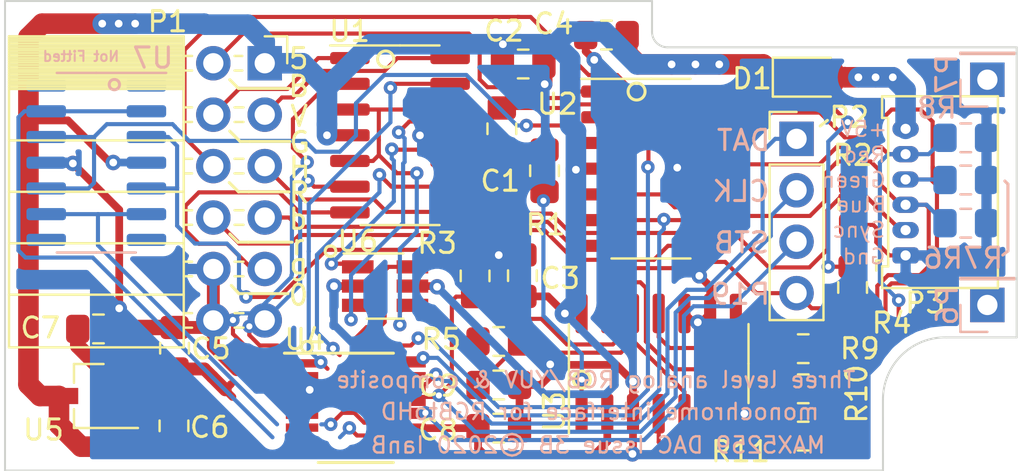
<source format=kicad_pcb>
(kicad_pcb (version 20171130) (host pcbnew "(5.1.4)-1")
  (layers (0 F.Cu signal) (31 B.Cu signal) (34 B.Paste user hide) (35 F.Paste user hide) (36 B.SilkS user) (37 F.SilkS user) (38 B.Mask user hide) (39 F.Mask user hide) (44 Edge.Cuts user))
  (net 0 "")
  (net 1 /GND)
  (net 2 /SYNC)
  (net 3 /BLUE)
  (net 4 /GREEN)
  (net 5 /RED)
  (net 6 /BRED)
  (net 7 /BGREEN)
  (net 8 /BBLUE)
  (net 9 /VSYNC)
  (net 10 /VANALOG)
  (net 11 /ASYNC)
  (net 12 /ARED)
  (net 13 /AGREEN)
  (net 14 /ABLUE)
  (net 15 "Net-(P6-Pad1)")
  (net 16 /REFSYNC)
  (net 17 /GPIO22_STB)
  (net 18 /GPIO0_DAT)
  (net 19 "Net-(P7-Pad1)")
  (net 20 /VCC)
  (net 21 /GPIO1_CLK)
  (net 22 /CLAMPLVL)
  (net 23 /CGREEN)
  (net 24 /CLAMP)
  (net 25 /REFGYSYNC)
  (net 26 /REFRBUVLO)
  (net 27 /REFRBUVHI)
  (net 28 /REFGYHI)
  (net 29 /REFGYLO)
  (net 30 "Net-(U4-Pad14)")
  (net 31 /VCC_IN)
  (net 32 /SPARE)
  (net 33 /TERM)
  (net 34 /VCLAMP)
  (net 35 /SGREEN)
  (net 36 "Net-(U7-Pad1)")
  (net 37 "Net-(U7-Pad7)")
  (net 38 "Net-(U7-Pad8)")
  (net 39 "Net-(U7-Pad14)")
  (net 40 "Net-(R9-Pad2)")
  (net 41 "Net-(R10-Pad2)")
  (net 42 "Net-(R11-Pad2)")
  (net 43 "Net-(P1-Pad11)")
  (net 44 "Net-(P1-Pad12)")
  (module Package_SO:SOIC-14_3.9x8.7mm_P1.27mm (layer F.Cu) (at 59.8102 49.20996 90)
    (fp_text reference U3 (at -2.3622 -5.1562 90) (layer F.SilkS))
    (fp_text value MAX4610)
    (pad 1 smd roundrect (at -2.475 -3.81 90) (size 1.95 0.6) (layers F.Cu F.Paste F.Mask) (net 34 /VCLAMP))
    (pad 2 smd roundrect (at -2.475 -2.54 90) (size 1.95 0.6) (layers F.Cu F.Paste F.Mask) (net 22 /CLAMPLVL))
    (pad 3 smd roundrect (at -2.475 -1.27 90) (size 1.95 0.6) (layers F.Cu F.Paste F.Mask) (net 1 /GND))
    (pad 4 smd roundrect (at -2.475 0 90) (size 1.95 0.6) (layers F.Cu F.Paste F.Mask) (net 42 "Net-(R11-Pad2)"))
    (pad 5 smd roundrect (at -2.475 1.27 90) (size 1.95 0.6) (layers F.Cu F.Paste F.Mask) (net 33 /TERM))
    (pad 6 smd roundrect (at -2.475 2.54 90) (size 1.95 0.6) (layers F.Cu F.Paste F.Mask) (net 33 /TERM))
    (pad 7 smd roundrect (at -2.475 3.81 90) (size 1.95 0.6) (layers F.Cu F.Paste F.Mask) (net 1 /GND))
    (pad 8 smd roundrect (at 2.475 3.81 90) (size 1.95 0.6) (layers F.Cu F.Paste F.Mask) (net 40 "Net-(R9-Pad2)"))
    (pad 9 smd roundrect (at 2.475 2.54 90) (size 1.95 0.6) (layers F.Cu F.Paste F.Mask) (net 1 /GND))
    (pad 10 smd roundrect (at 2.475 1.27 90) (size 1.95 0.6) (layers F.Cu F.Paste F.Mask) (net 1 /GND))
    (pad 11 smd roundrect (at 2.475 0 90) (size 1.95 0.6) (layers F.Cu F.Paste F.Mask) (net 41 "Net-(R10-Pad2)"))
    (pad 12 smd roundrect (at 2.475 -1.27 90) (size 1.95 0.6) (layers F.Cu F.Paste F.Mask) (net 33 /TERM))
    (pad 13 smd roundrect (at 2.475 -2.54 90) (size 1.95 0.6) (layers F.Cu F.Paste F.Mask) (net 24 /CLAMP))
    (pad 14 smd roundrect (at 2.475 -3.81 90) (size 1.95 0.6) (layers F.Cu F.Paste F.Mask) (net 20 /VCC))
  )
  (module Package_SO:SOIC-14_3.9x8.7mm_P1.27mm (layer F.Cu) (at 47.034 37.93236)
    (fp_text reference U1 (at -2.4892 -5.1308) (layer F.SilkS))
    (fp_text value MAX9108)
    (pad 1 smd roundrect (at -2.475 -3.81) (size 1.95 0.6) (layers F.Cu F.Paste F.Mask) (net 4 /GREEN))
    (pad 2 smd roundrect (at -2.475 -2.54) (size 1.95 0.6) (layers F.Cu F.Paste F.Mask) (net 28 /REFGYHI))
    (pad 3 smd roundrect (at -2.475 -1.27) (size 1.95 0.6) (layers F.Cu F.Paste F.Mask) (net 35 /SGREEN))
    (pad 4 smd roundrect (at -2.475 0) (size 1.95 0.6) (layers F.Cu F.Paste F.Mask) (net 20 /VCC))
    (pad 5 smd roundrect (at -2.475 1.27) (size 1.95 0.6) (layers F.Cu F.Paste F.Mask) (net 35 /SGREEN))
    (pad 6 smd roundrect (at -2.475 2.54) (size 1.95 0.6) (layers F.Cu F.Paste F.Mask) (net 29 /REFGYLO))
    (pad 7 smd roundrect (at -2.475 3.81) (size 1.95 0.6) (layers F.Cu F.Paste F.Mask) (net 7 /BGREEN))
    (pad 8 smd roundrect (at 2.475 3.81) (size 1.95 0.6) (layers F.Cu F.Paste F.Mask) (net 2 /SYNC))
    (pad 9 smd roundrect (at 2.475 2.54) (size 1.95 0.6) (layers F.Cu F.Paste F.Mask) (net 16 /REFSYNC))
    (pad 10 smd roundrect (at 2.475 1.27) (size 1.95 0.6) (layers F.Cu F.Paste F.Mask) (net 11 /ASYNC))
    (pad 11 smd roundrect (at 2.475 0) (size 1.95 0.6) (layers F.Cu F.Paste F.Mask) (net 1 /GND))
    (pad 12 smd roundrect (at 2.475 -1.27) (size 1.95 0.6) (layers F.Cu F.Paste F.Mask) (net 35 /SGREEN))
    (pad 13 smd roundrect (at 2.475 -2.54) (size 1.95 0.6) (layers F.Cu F.Paste F.Mask) (net 25 /REFGYSYNC))
    (pad 14 smd roundrect (at 2.475 -3.81) (size 1.95 0.6) (layers F.Cu F.Paste F.Mask) (net 9 /VSYNC))
  )
  (module Capacitor_SMD:C_0805_2012Metric_Pad1.15x1.40mm_HandSolder (layer F.Cu) (at 53.0792 44.86656 90)
    (fp_text reference C3 (at -0.12954 1.86436) (layer F.SilkS))
    (fp_text value 100n)
    (pad 2 smd roundrect (at 1.025 0 90) (size 1.15 1.4) (layers F.Cu F.Paste F.Mask) (roundrect_rratio 0.217391) (net 1 /GND))
    (pad 1 smd roundrect (at -1.025 0 90) (size 1.15 1.4) (layers F.Cu F.Paste F.Mask) (roundrect_rratio 0.217391) (net 20 /VCC))
  )
  (module Connector_PinHeader_2.54mm:PinHeader_1x04_P2.54mm_Vertical (layer F.Cu) (at 66.6174 38.11016)
    (fp_text reference P2 (at 2.6035 -1.0668) (layer F.SilkS))
    (fp_text value Conn_01x04)
    (pad 4 thru_hole oval (at 0 7.62) (size 1.7 1.7) (drill 1) (layers *.Cu *.Mask) (net 24 /CLAMP))
    (pad 3 thru_hole oval (at 0 5.08) (size 1.7 1.7) (drill 1) (layers *.Cu *.Mask) (net 17 /GPIO22_STB))
    (pad 2 thru_hole oval (at 0 2.54) (size 1.7 1.7) (drill 1) (layers *.Cu *.Mask) (net 21 /GPIO1_CLK))
    (pad 1 thru_hole rect (at 0 0) (size 1.7 1.7) (drill 1) (layers *.Cu *.Mask) (net 18 /GPIO0_DAT))
  )
  (module Package_SO:QSOP-16_3.9x4.9mm_P0.635mm (layer F.Cu) (at 44.8496 51.41976)
    (fp_text reference U4 (at -2.5146 -3.4036) (layer F.SilkS))
    (fp_text value MAX5259EEE+)
    (pad 1 smd rect (at -2.6543 -2.2225) (size 1.6 0.41) (layers F.Cu F.Paste F.Mask) (net 29 /REFGYLO))
    (pad 2 smd rect (at -2.6543 -1.5875) (size 1.6 0.41) (layers F.Cu F.Paste F.Mask) (net 28 /REFGYHI))
    (pad 3 smd rect (at -2.6543 -0.9525) (size 1.6 0.41) (layers F.Cu F.Paste F.Mask) (net 1 /GND))
    (pad 4 smd rect (at -2.6543 -0.3175) (size 1.6 0.41) (layers F.Cu F.Paste F.Mask) (net 10 /VANALOG))
    (pad 5 smd rect (at -2.6543 0.3175) (size 1.6 0.41) (layers F.Cu F.Paste F.Mask) (net 10 /VANALOG))
    (pad 6 smd rect (at -2.6543 0.9525) (size 1.6 0.41) (layers F.Cu F.Paste F.Mask) (net 1 /GND))
    (pad 7 smd rect (at -2.6543 1.5875) (size 1.6 0.41) (layers F.Cu F.Paste F.Mask) (net 25 /REFGYSYNC))
    (pad 8 smd rect (at -2.6543 2.2225) (size 1.6 0.41) (layers F.Cu F.Paste F.Mask) (net 16 /REFSYNC))
    (pad 9 smd rect (at 2.6543 2.2225) (size 1.6 0.41) (layers F.Cu F.Paste F.Mask) (net 22 /CLAMPLVL))
    (pad 10 smd rect (at 2.6543 1.5875) (size 1.6 0.41) (layers F.Cu F.Paste F.Mask) (net 32 /SPARE))
    (pad 11 smd rect (at 2.6543 0.9525) (size 1.6 0.41) (layers F.Cu F.Paste F.Mask) (net 17 /GPIO22_STB))
    (pad 12 smd rect (at 2.6543 0.3175) (size 1.6 0.41) (layers F.Cu F.Paste F.Mask) (net 21 /GPIO1_CLK))
    (pad 13 smd rect (at 2.6543 -0.3175) (size 1.6 0.41) (layers F.Cu F.Paste F.Mask) (net 18 /GPIO0_DAT))
    (pad 14 smd rect (at 2.6543 -0.9525) (size 1.6 0.41) (layers F.Cu F.Paste F.Mask) (net 30 "Net-(U4-Pad14)"))
    (pad 15 smd rect (at 2.6543 -1.5875) (size 1.6 0.41) (layers F.Cu F.Paste F.Mask) (net 26 /REFRBUVLO))
    (pad 16 smd rect (at 2.6543 -2.2225) (size 1.6 0.41) (layers F.Cu F.Paste F.Mask) (net 27 /REFRBUVHI))
  )
  (module Resistor_SMD:R_0805_2012Metric_Pad1.15x1.40mm_HandSolder (layer F.Cu) (at 69.386 45.45076 270)
    (fp_text reference R4 (at 1.7526 -1.9304) (layer F.SilkS))
    (fp_text value 1K)
    (pad 2 smd roundrect (at 1.025 0 270) (size 1.15 1.4) (layers F.Cu F.Paste F.Mask) (roundrect_rratio 0.217391) (net 24 /CLAMP))
    (pad 1 smd roundrect (at -1.025 0 270) (size 1.15 1.4) (layers F.Cu F.Paste F.Mask) (roundrect_rratio 0.217391) (net 20 /VCC))
  )
  (module Resistor_SMD:R_0805_2012Metric_Pad1.15x1.40mm_HandSolder (layer B.Cu) (at 74.974 42.27576)
    (fp_text reference R6 (at -1.1176 1.7272) (layer B.SilkS) (effects (justify mirror)))
    (fp_text value 10K)
    (pad 1 smd roundrect (at -1.025 0) (size 1.15 1.4) (layers B.Cu B.Paste B.Mask) (roundrect_rratio 0.217391) (net 14 /ABLUE))
    (pad 2 smd roundrect (at 1.025 0) (size 1.15 1.4) (layers B.Cu B.Paste B.Mask) (roundrect_rratio 0.217391) (net 1 /GND))
  )
  (module Resistor_SMD:R_0805_2012Metric_Pad1.15x1.40mm_HandSolder (layer B.Cu) (at 74.974 40.14216)
    (fp_text reference R7 (at 0.8636 3.8608) (layer B.SilkS) (effects (justify mirror)))
    (fp_text value 10K)
    (pad 2 smd roundrect (at 1.025 0) (size 1.15 1.4) (layers B.Cu B.Paste B.Mask) (roundrect_rratio 0.217391) (net 1 /GND))
    (pad 1 smd roundrect (at -1.025 0) (size 1.15 1.4) (layers B.Cu B.Paste B.Mask) (roundrect_rratio 0.217391) (net 13 /AGREEN))
  )
  (module Resistor_SMD:R_0805_2012Metric_Pad1.15x1.40mm_HandSolder (layer B.Cu) (at 74.974 38.05936)
    (fp_text reference R8 (at -1.4224 -1.4732) (layer B.SilkS) (effects (justify mirror)))
    (fp_text value 10K)
    (pad 1 smd roundrect (at -1.025 0) (size 1.15 1.4) (layers B.Cu B.Paste B.Mask) (roundrect_rratio 0.217391) (net 12 /ARED))
    (pad 2 smd roundrect (at 1.025 0) (size 1.15 1.4) (layers B.Cu B.Paste B.Mask) (roundrect_rratio 0.217391) (net 1 /GND))
  )
  (module Connector_PinHeader_2.54mm:PinHeader_1x01_P2.54mm_Vertical (layer B.Cu) (at 76.0408 35.18916)
    (fp_text reference P7 (at -2.0066 -0.2794 90) (layer B.SilkS) (effects (justify mirror)))
    (fp_text value Conn_01x01)
    (pad 1 thru_hole rect (at 0 0) (size 1.7 1.7) (drill 1) (layers *.Cu *.Mask) (net 19 "Net-(P7-Pad1)"))
  )
  (module Capacitor_SMD:C_0805_2012Metric_Pad1.15x1.40mm_HandSolder (layer F.Cu) (at 57.22956 32.98444 180)
    (fp_text reference C4 (at 2.60858 0.5588) (layer F.SilkS))
    (fp_text value 100n)
    (pad 2 smd roundrect (at 1.025 0 180) (size 1.15 1.4) (layers F.Cu F.Paste F.Mask) (roundrect_rratio 0.217391) (net 1 /GND))
    (pad 1 smd roundrect (at -1.025 0 180) (size 1.15 1.4) (layers F.Cu F.Paste F.Mask) (roundrect_rratio 0.217391) (net 20 /VCC))
  )
  (module Capacitor_SMD:C_0805_2012Metric_Pad1.15x1.40mm_HandSolder (layer F.Cu) (at 32.14198 47.498)
    (fp_text reference C7 (at -2.87274 -0.0508) (layer F.SilkS))
    (fp_text value 10uF)
    (pad 1 smd roundrect (at -1.025 0) (size 1.15 1.4) (layers F.Cu F.Paste F.Mask) (roundrect_rratio 0.217391) (net 10 /VANALOG))
    (pad 2 smd roundrect (at 1.025 0) (size 1.15 1.4) (layers F.Cu F.Paste F.Mask) (roundrect_rratio 0.217391) (net 1 /GND))
  )
  (module Connector_PinHeader_2.54mm:PinHeader_1x01_P2.54mm_Vertical (layer B.Cu) (at 76.0408 46.31436)
    (fp_text reference P6 (at -1.9812 0.0254 90) (layer B.SilkS) (effects (justify mirror)))
    (fp_text value Conn_01x01)
    (pad 1 thru_hole rect (at 0 0) (size 1.7 1.7) (drill 1) (layers *.Cu *.Mask) (net 15 "Net-(P6-Pad1)"))
  )
  (module Capacitor_SMD:C_0805_2012Metric_Pad1.15x1.40mm_HandSolder (layer F.Cu) (at 35.8707 52.28336 90)
    (fp_text reference C6 (at -0.07366 1.7653) (layer F.SilkS))
    (fp_text value 10uF)
    (pad 2 smd roundrect (at 1.025 0 90) (size 1.15 1.4) (layers F.Cu F.Paste F.Mask) (roundrect_rratio 0.217391) (net 1 /GND))
    (pad 1 smd roundrect (at -1.025 0 90) (size 1.15 1.4) (layers F.Cu F.Paste F.Mask) (roundrect_rratio 0.217391) (net 20 /VCC))
  )
  (module Package_TO_SOT_SMD:SOT-23_Handsoldering (layer F.Cu) (at 31.6924 50.81016 180)
    (fp_text reference U5 (at 2.26568 -1.6764) (layer F.SilkS))
    (fp_text value MCP1754S-3302xCB)
    (pad 1 smd rect (at -1.5 -0.95 180) (size 1.9 0.8) (layers F.Cu F.Paste F.Mask) (net 1 /GND))
    (pad 2 smd rect (at -1.5 0.95 180) (size 1.9 0.8) (layers F.Cu F.Paste F.Mask) (net 10 /VANALOG))
    (pad 3 smd rect (at 1.5 0 180) (size 1.9 0.8) (layers F.Cu F.Paste F.Mask) (net 20 /VCC))
  )
  (module Capacitor_SMD:C_0805_2012Metric_Pad1.15x1.40mm_HandSolder (layer F.Cu) (at 51.9108 52.39766)
    (fp_text reference C8 (at -2.9972 0.0889) (layer F.SilkS))
    (fp_text value 10uF)
    (pad 2 smd roundrect (at 1.025 0) (size 1.15 1.4) (layers F.Cu F.Paste F.Mask) (roundrect_rratio 0.217391) (net 1 /GND))
    (pad 1 smd roundrect (at -1.025 0) (size 1.15 1.4) (layers F.Cu F.Paste F.Mask) (roundrect_rratio 0.217391) (net 22 /CLAMPLVL))
  )
  (module Capacitor_SMD:C_0805_2012Metric_Pad1.15x1.40mm_HandSolder (layer F.Cu) (at 52.0632 37.61116 270)
    (fp_text reference C1 (at 2.5818 0.0762) (layer F.SilkS))
    (fp_text value 100n)
    (pad 1 smd roundrect (at -1.025 0 270) (size 1.15 1.4) (layers F.Cu F.Paste F.Mask) (roundrect_rratio 0.217391) (net 13 /AGREEN))
    (pad 2 smd roundrect (at 1.025 0 270) (size 1.15 1.4) (layers F.Cu F.Paste F.Mask) (roundrect_rratio 0.217391) (net 23 /CGREEN))
  )
  (module Capacitor_SMD:C_0805_2012Metric_Pad1.15x1.40mm_HandSolder (layer F.Cu) (at 35.89864 48.4505 90)
    (fp_text reference C5 (at -0.03048 1.79578) (layer F.SilkS))
    (fp_text value 100n)
    (pad 1 smd roundrect (at -1.025 0 90) (size 1.15 1.4) (layers F.Cu F.Paste F.Mask) (roundrect_rratio 0.217391) (net 10 /VANALOG))
    (pad 2 smd roundrect (at 1.025 0 90) (size 1.15 1.4) (layers F.Cu F.Paste F.Mask) (roundrect_rratio 0.217391) (net 1 /GND))
  )
  (module Resistor_SMD:R_0805_2012Metric_Pad1.15x1.40mm_HandSolder (layer F.Cu) (at 69.4114 41.33596 270)
    (fp_text reference R2 (at -2.413 0.0254) (layer F.SilkS))
    (fp_text value 1K)
    (pad 1 smd roundrect (at -1.025 0 270) (size 1.15 1.4) (layers F.Cu F.Paste F.Mask) (roundrect_rratio 0.217391) (net 11 /ASYNC))
    (pad 2 smd roundrect (at 1.025 0 270) (size 1.15 1.4) (layers F.Cu F.Paste F.Mask) (roundrect_rratio 0.217391) (net 1 /GND))
  )
  (module Capacitor_SMD:C_0805_2012Metric_Pad1.15x1.40mm_HandSolder (layer F.Cu) (at 53.1173 34.41446)
    (fp_text reference C2 (at -0.94996 -1.63068) (layer F.SilkS))
    (fp_text value 100n)
    (pad 1 smd roundrect (at -1.025 0) (size 1.15 1.4) (layers F.Cu F.Paste F.Mask) (roundrect_rratio 0.217391) (net 20 /VCC))
    (pad 2 smd roundrect (at 1.025 0) (size 1.15 1.4) (layers F.Cu F.Paste F.Mask) (roundrect_rratio 0.217391) (net 1 /GND))
  )
  (module Resistor_SMD:R_0805_2012Metric_Pad1.15x1.40mm_HandSolder (layer F.Cu) (at 54.1714 39.68496 270)
    (fp_text reference R1 (at 2.667 -0.0508) (layer F.SilkS))
    (fp_text value 75R)
    (pad 1 smd roundrect (at -1.025 0 270) (size 1.15 1.4) (layers F.Cu F.Paste F.Mask) (roundrect_rratio 0.217391) (net 23 /CGREEN))
    (pad 2 smd roundrect (at 1.025 0 270) (size 1.15 1.4) (layers F.Cu F.Paste F.Mask) (roundrect_rratio 0.217391) (net 34 /VCLAMP))
  )
  (module Package_SO:SOIC-14_3.9x8.7mm_P1.27mm (layer F.Cu) (at 59.4292 39.58336)
    (fp_text reference U2 (at -4.62788 -3.19024) (layer F.SilkS))
    (fp_text value MAX9108)
    (pad 1 smd roundrect (at -2.475 -3.81) (size 1.95 0.6) (layers F.Cu F.Paste F.Mask) (net 3 /BLUE))
    (pad 2 smd roundrect (at -2.475 -2.54) (size 1.95 0.6) (layers F.Cu F.Paste F.Mask) (net 27 /REFRBUVHI))
    (pad 3 smd roundrect (at -2.475 -1.27) (size 1.95 0.6) (layers F.Cu F.Paste F.Mask) (net 14 /ABLUE))
    (pad 4 smd roundrect (at -2.475 0) (size 1.95 0.6) (layers F.Cu F.Paste F.Mask) (net 20 /VCC))
    (pad 5 smd roundrect (at -2.475 1.27) (size 1.95 0.6) (layers F.Cu F.Paste F.Mask) (net 14 /ABLUE))
    (pad 6 smd roundrect (at -2.475 2.54) (size 1.95 0.6) (layers F.Cu F.Paste F.Mask) (net 26 /REFRBUVLO))
    (pad 7 smd roundrect (at -2.475 3.81) (size 1.95 0.6) (layers F.Cu F.Paste F.Mask) (net 8 /BBLUE))
    (pad 8 smd roundrect (at 2.475 3.81) (size 1.95 0.6) (layers F.Cu F.Paste F.Mask) (net 6 /BRED))
    (pad 9 smd roundrect (at 2.475 2.54) (size 1.95 0.6) (layers F.Cu F.Paste F.Mask) (net 26 /REFRBUVLO))
    (pad 10 smd roundrect (at 2.475 1.27) (size 1.95 0.6) (layers F.Cu F.Paste F.Mask) (net 12 /ARED))
    (pad 11 smd roundrect (at 2.475 0) (size 1.95 0.6) (layers F.Cu F.Paste F.Mask) (net 1 /GND))
    (pad 12 smd roundrect (at 2.475 -1.27) (size 1.95 0.6) (layers F.Cu F.Paste F.Mask) (net 12 /ARED))
    (pad 13 smd roundrect (at 2.475 -2.54) (size 1.95 0.6) (layers F.Cu F.Paste F.Mask) (net 27 /REFRBUVHI))
    (pad 14 smd roundrect (at 2.475 -3.81) (size 1.95 0.6) (layers F.Cu F.Paste F.Mask) (net 5 /RED))
  )
  (module Connector_Molex:Molex_PicoBlade_53048-0610_1x06_P1.25mm_Horizontal (layer F.Cu) (at 72.0022 43.86676 90)
    (fp_text reference P3 (at -2.346 0.9652) (layer F.SilkS))
    (fp_text value Conn_01x06)
    (pad 1 thru_hole roundrect (at 0 0 90) (size 0.8 1.3) (drill 0.5) (layers *.Cu *.Mask) (net 1 /GND))
    (pad 2 thru_hole oval (at 1.25 0 90) (size 0.8 1.3) (drill 0.5) (layers *.Cu *.Mask) (net 11 /ASYNC))
    (pad 3 thru_hole oval (at 2.5 0 90) (size 0.8 1.3) (drill 0.5) (layers *.Cu *.Mask) (net 14 /ABLUE))
    (pad 4 thru_hole oval (at 3.75 0 90) (size 0.8 1.3) (drill 0.5) (layers *.Cu *.Mask) (net 13 /AGREEN))
    (pad 5 thru_hole oval (at 5 0 90) (size 0.8 1.3) (drill 0.5) (layers *.Cu *.Mask) (net 12 /ARED))
    (pad 6 thru_hole oval (at 6.25 0 90) (size 0.8 1.3) (drill 0.5) (layers *.Cu *.Mask) (net 31 /VCC_IN))
  )
  (module Capacitor_SMD:C_0805_2012Metric_Pad1.15x1.40mm_HandSolder (layer F.Cu) (at 51.9108 50.2666)
    (fp_text reference C9 (at -2.9972 0.04826 180) (layer F.SilkS))
    (fp_text value 10uF)
    (pad 2 smd roundrect (at 1.025 0) (size 1.15 1.4) (layers F.Cu F.Paste F.Mask) (roundrect_rratio 0.217391) (net 1 /GND))
    (pad 1 smd roundrect (at -1.025 0) (size 1.15 1.4) (layers F.Cu F.Paste F.Mask) (roundrect_rratio 0.217391) (net 33 /TERM))
  )
  (module Diode_SMD:D_0805_2012Metric_Pad1.15x1.40mm_HandSolder (layer F.Cu) (at 67.30574 35.0647)
    (fp_text reference D1 (at -2.89052 0.07366) (layer F.SilkS))
    (fp_text value D_Schottky)
    (pad 1 smd roundrect (at -1.025 0) (size 1.15 1.4) (layers F.Cu F.Paste F.Mask) (roundrect_rratio 0.217391) (net 20 /VCC))
    (pad 2 smd roundrect (at 1.025 0) (size 1.15 1.4) (layers F.Cu F.Paste F.Mask) (roundrect_rratio 0.217391) (net 31 /VCC_IN))
  )
  (module Resistor_SMD:R_0805_2012Metric_Pad1.15x1.40mm_HandSolder (layer F.Cu) (at 51.9108 48.11776 180)
    (fp_text reference R5 (at 2.83972 0.10922) (layer F.SilkS))
    (fp_text value 10K)
    (pad 1 smd roundrect (at -1.025 0 180) (size 1.15 1.4) (layers F.Cu F.Paste F.Mask) (roundrect_rratio 0.217391) (net 33 /TERM))
    (pad 2 smd roundrect (at 1.025 0 180) (size 1.15 1.4) (layers F.Cu F.Paste F.Mask) (roundrect_rratio 0.217391) (net 21 /GPIO1_CLK))
  )
  (module Resistor_SMD:R_0805_2012Metric_Pad1.15x1.40mm_HandSolder (layer F.Cu) (at 50.7424 44.87672 90)
    (fp_text reference R3 (at 1.6129 -1.87452) (layer F.SilkS))
    (fp_text value 1K)
    (pad 2 smd roundrect (at 1.025 0 90) (size 1.15 1.4) (layers F.Cu F.Paste F.Mask) (roundrect_rratio 0.217391) (net 1 /GND))
    (pad 1 smd roundrect (at -1.025 0 90) (size 1.15 1.4) (layers F.Cu F.Paste F.Mask) (roundrect_rratio 0.217391) (net 21 /GPIO1_CLK))
  )
  (module Package_TO_SOT_SMD:SOT-23-6_Handsoldering (layer F.Cu) (at 46.2974 45.38218)
    (fp_text reference U6 (at -1.3462 -2.21488) (layer F.SilkS))
    (fp_text value TS5A3159ADBVR)
    (pad 1 smd rect (at -1.35 -0.95) (size 1.56 0.65) (layers F.Cu F.Paste F.Mask) (net 23 /CGREEN))
    (pad 2 smd rect (at -1.35 0) (size 1.56 0.65) (layers F.Cu F.Paste F.Mask) (net 1 /GND))
    (pad 3 smd rect (at -1.35 0.95) (size 1.56 0.65) (layers F.Cu F.Paste F.Mask) (net 13 /AGREEN))
    (pad 4 smd rect (at 1.35 0.95) (size 1.56 0.65) (layers F.Cu F.Paste F.Mask) (net 35 /SGREEN))
    (pad 6 smd rect (at 1.35 -0.95) (size 1.56 0.65) (layers F.Cu F.Paste F.Mask) (net 18 /GPIO0_DAT))
    (pad 5 smd rect (at 1.35 0) (size 1.56 0.65) (layers F.Cu F.Paste F.Mask) (net 20 /VCC))
  )
  (module Package_SO:SOIC-14_3.9x8.7mm_P1.27mm (layer B.Cu) (at 32.0353 39.28872 180)
    (fp_text reference U7 (at -2.794 5.17144) (layer B.SilkS) (effects (justify mirror)))
    (fp_text value MAX9108-Comparator)
    (pad 1 smd roundrect (at -2.475 3.81 180) (size 1.95 0.6) (layers B.Cu B.Paste B.Mask) (net 36 "Net-(U7-Pad1)"))
    (pad 2 smd roundrect (at -2.475 2.54 180) (size 1.95 0.6) (layers B.Cu B.Paste B.Mask) (net 22 /CLAMPLVL))
    (pad 3 smd roundrect (at -2.475 1.27 180) (size 1.95 0.6) (layers B.Cu B.Paste B.Mask) (net 12 /ARED))
    (pad 4 smd roundrect (at -2.475 0 180) (size 1.95 0.6) (layers B.Cu B.Paste B.Mask) (net 20 /VCC))
    (pad 5 smd roundrect (at -2.475 -1.27 180) (size 1.95 0.6) (layers B.Cu B.Paste B.Mask) (net 12 /ARED))
    (pad 6 smd roundrect (at -2.475 -2.54 180) (size 1.95 0.6) (layers B.Cu B.Paste B.Mask) (net 32 /SPARE))
    (pad 7 smd roundrect (at -2.475 -3.81 180) (size 1.95 0.6) (layers B.Cu B.Paste B.Mask) (net 37 "Net-(U7-Pad7)"))
    (pad 8 smd roundrect (at 2.475 -3.81 180) (size 1.95 0.6) (layers B.Cu B.Paste B.Mask) (net 38 "Net-(U7-Pad8)"))
    (pad 9 smd roundrect (at 2.475 -2.54 180) (size 1.95 0.6) (layers B.Cu B.Paste B.Mask) (net 32 /SPARE))
    (pad 10 smd roundrect (at 2.475 -1.27 180) (size 1.95 0.6) (layers B.Cu B.Paste B.Mask) (net 14 /ABLUE))
    (pad 11 smd roundrect (at 2.475 0 180) (size 1.95 0.6) (layers B.Cu B.Paste B.Mask) (net 1 /GND))
    (pad 12 smd roundrect (at 2.475 1.27 180) (size 1.95 0.6) (layers B.Cu B.Paste B.Mask) (net 14 /ABLUE))
    (pad 13 smd roundrect (at 2.475 2.54 180) (size 1.95 0.6) (layers B.Cu B.Paste B.Mask) (net 22 /CLAMPLVL))
    (pad 14 smd roundrect (at 2.475 3.81 180) (size 1.95 0.6) (layers B.Cu B.Paste B.Mask) (net 39 "Net-(U7-Pad14)"))
  )
  (module Resistor_SMD:R_0805_2012Metric_Pad1.15x1.40mm_HandSolder (layer F.Cu) (at 66.9476 48.47336 180)
    (fp_text reference R9 (at -2.794 0) (layer F.SilkS))
    (fp_text value 68R)
    (pad 1 smd roundrect (at -1.025 0 180) (size 1.15 1.4) (layers F.Cu F.Paste F.Mask) (roundrect_rratio 0.217391) (net 14 /ABLUE))
    (pad 2 smd roundrect (at 1.025 0 180) (size 1.15 1.4) (layers F.Cu F.Paste F.Mask) (roundrect_rratio 0.217391) (net 40 "Net-(R9-Pad2)"))
  )
  (module Resistor_SMD:R_0805_2012Metric_Pad1.15x1.40mm_HandSolder (layer F.Cu) (at 66.9476 50.45456 180)
    (fp_text reference R10 (at -2.6416 -0.254 270) (layer F.SilkS))
    (fp_text value 68R)
    (pad 2 smd roundrect (at 1.025 0 180) (size 1.15 1.4) (layers F.Cu F.Paste F.Mask) (roundrect_rratio 0.217391) (net 41 "Net-(R10-Pad2)"))
    (pad 1 smd roundrect (at -1.025 0 180) (size 1.15 1.4) (layers F.Cu F.Paste F.Mask) (roundrect_rratio 0.217391) (net 13 /AGREEN))
  )
  (module Resistor_SMD:R_0805_2012Metric_Pad1.15x1.40mm_HandSolder (layer F.Cu) (at 66.9476 52.79136 180)
    (fp_text reference R11 (at 3.0988 -0.762) (layer F.SilkS))
    (fp_text value 68R)
    (pad 1 smd roundrect (at -1.025 0 180) (size 1.15 1.4) (layers F.Cu F.Paste F.Mask) (roundrect_rratio 0.217391) (net 12 /ARED))
    (pad 2 smd roundrect (at 1.025 0 180) (size 1.15 1.4) (layers F.Cu F.Paste F.Mask) (roundrect_rratio 0.217391) (net 42 "Net-(R11-Pad2)"))
  )
  (module Connector_PinSocket_2.54mm:PinSocket_2x06_P2.54mm_Horizontal (layer F.Cu) (at 40.3538 34.37636)
    (fp_text reference P1 (at -4.8006 -2.0574) (layer F.SilkS))
    (fp_text value Conn_02x06_Odd_Even)
    (pad 1 thru_hole rect (at 0 0) (size 1.7 1.7) (drill 1) (layers *.Cu *.Mask) (net 20 /VCC))
    (pad 2 thru_hole oval (at -2.54 0) (size 1.7 1.7) (drill 1) (layers *.Cu *.Mask) (net 3 /BLUE))
    (pad 3 thru_hole oval (at 0 2.54) (size 1.7 1.7) (drill 1) (layers *.Cu *.Mask) (net 9 /VSYNC))
    (pad 4 thru_hole oval (at -2.54 2.54) (size 1.7 1.7) (drill 1) (layers *.Cu *.Mask) (net 4 /GREEN))
    (pad 5 thru_hole oval (at 0 5.08) (size 1.7 1.7) (drill 1) (layers *.Cu *.Mask) (net 2 /SYNC))
    (pad 6 thru_hole oval (at -2.54 5.08) (size 1.7 1.7) (drill 1) (layers *.Cu *.Mask) (net 5 /RED))
    (pad 7 thru_hole oval (at 0 7.62) (size 1.7 1.7) (drill 1) (layers *.Cu *.Mask) (net 8 /BBLUE))
    (pad 8 thru_hole oval (at -2.54 7.62) (size 1.7 1.7) (drill 1) (layers *.Cu *.Mask) (net 6 /BRED))
    (pad 9 thru_hole oval (at 0 10.16) (size 1.7 1.7) (drill 1) (layers *.Cu *.Mask) (net 7 /BGREEN))
    (pad 10 thru_hole oval (at -2.54 10.16) (size 1.7 1.7) (drill 1) (layers *.Cu *.Mask) (net 1 /GND))
    (pad 11 thru_hole oval (at 0 12.7) (size 1.7 1.7) (drill 1) (layers *.Cu *.Mask) (net 43 "Net-(P1-Pad11)"))
    (pad 12 thru_hole oval (at -2.54 12.7) (size 1.7 1.7) (drill 1) (layers *.Cu *.Mask) (net 44 "Net-(P1-Pad12)"))
  )
  (gr_line (start 77.0568 40.34536) (end 76.9044 40.19296) (layer B.SilkS) (width 0.15))
  (gr_line (start 77.0568 43.64736) (end 77.0568 40.34536) (layer B.SilkS) (width 0.15))
  (gr_line (start 77.0568 43.64736) (end 76.8028 43.85056) (layer B.SilkS) (width 0.15))
  (gr_text "Not Fitted\n" (at 31.27838 34.036) (layer B.SilkS) (effects (font (size 0.5 0.5) (thickness 0.1)) (justify mirror)))
  (gr_circle (center 32.92684 35.43046) (end 32.68046 35.49904) (layer B.SilkS) (width 0.15))
  (gr_circle (center 43.59992 43.659007) (end 43.73454 43.885067) (layer F.SilkS) (width 0.15))
  (gr_text +5V (at 69.9448 37.62756) (layer B.SilkS) (effects (font (size 0.75 0.75) (thickness 0.1)) (justify mirror)))
  (gr_line (start 39.0838 45.75556) (end 41.4968 45.75556) (layer F.SilkS) (width 0.15))
  (gr_line (start 38.7028 45.34916) (end 39.0838 45.75556) (layer F.SilkS) (width 0.15))
  (gr_text "monochrome interface for RGBtoHD" (at 56.9019 51.58486) (layer B.SilkS) (effects (font (size 0.8 0.8) (thickness 0.12)) (justify mirror)))
  (gr_circle (center 56.0129 49.9999) (end 56.4193 49.8983) (layer F.SilkS) (width 0.15))
  (gr_line (start 70.8846 54.49316) (end 27.5268 54.49316) (layer Edge.Cuts) (width 0.1))
  (gr_line (start 60.242 33.58896) (end 77.4886 33.58896) (layer Edge.Cuts) (width 0.1))
  (gr_line (start 59.48 31.30296) (end 59.48 32.82696) (layer Edge.Cuts) (width 0.1))
  (gr_arc (start 60.242 32.82696) (end 59.48 32.82696) (angle -90) (layer Edge.Cuts) (width 0.1))
  (gr_line (start 39.541 43.21556) (end 41.7 43.21556) (layer F.SilkS) (width 0.15))
  (gr_line (start 39.6172 38.23716) (end 41.5984 38.23716) (layer F.SilkS) (width 0.15))
  (gr_line (start 39.5664 40.72636) (end 41.5476 40.72636) (layer F.SilkS) (width 0.15))
  (gr_line (start 39.0584 35.62096) (end 41.573 35.62096) (layer F.SilkS) (width 0.15))
  (gr_line (start 38.6266 35.18916) (end 39.0584 35.62096) (layer F.SilkS) (width 0.15))
  (gr_line (start 39.033 43.21556) (end 38.6266 42.80916) (layer F.SilkS) (width 0.15))
  (gr_line (start 39.541 43.21556) (end 39.033 43.21556) (layer F.SilkS) (width 0.15))
  (gr_line (start 39.0584 40.72636) (end 38.6012 40.26916) (layer F.SilkS) (width 0.15))
  (gr_line (start 39.5664 40.72636) (end 39.0584 40.72636) (layer F.SilkS) (width 0.15))
  (gr_line (start 39.1346 38.23716) (end 38.6266 37.72916) (layer F.SilkS) (width 0.15))
  (gr_line (start 39.6172 38.23716) (end 39.1346 38.23716) (layer F.SilkS) (width 0.15))
  (gr_line (start 27.5268 31.30296) (end 59.48 31.30296) (layer Edge.Cuts) (width 0.1))
  (gr_text "Three level analog RGB/YUV & composite" (at 56.6987 50.01006) (layer B.SilkS) (effects (font (size 0.8 0.8) (thickness 0.12)) (justify mirror)))
  (gr_line (start 67.7858 37.47516) (end 68.1414 37.19576) (layer F.SilkS) (width 0.15))
  (gr_circle (center 42.44168 48.38192) (end 42.69568 48.48352) (layer F.SilkS) (width 0.15))
  (gr_text P19 (at 63.8488 45.78096) (layer B.SilkS) (effects (font (size 1 1)) (justify mirror)))
  (gr_text "MAX5259 DAC Issue 3B ©2020 IanB" (at 56.813 53.23586) (layer B.SilkS) (effects (font (size 0.8 0.8) (thickness 0.12)) (justify mirror)))
  (gr_text r (at 42.0048 43.34256) (layer F.SilkS) (effects (font (size 1 1))))
  (gr_text R (at 42.0556 40.77716) (layer F.SilkS) (effects (font (size 1 1))))
  (gr_text G (at 42.081 38.28796) (layer F.SilkS) (effects (font (size 1 1))))
  (gr_text Gnd (at 69.9448 43.92676) (layer B.SilkS) (effects (font (size 0.75 0.75) (thickness 0.1)) (justify mirror)))
  (gr_text Sync (at 69.6908 42.60596) (layer B.SilkS) (effects (font (size 0.75 0.75) (thickness 0.1)) (justify mirror)))
  (gr_text Red (at 69.9702 38.89756) (layer B.SilkS) (effects (font (size 0.75 0.75) (thickness 0.1)) (justify mirror)))
  (gr_text Green (at 69.4368 40.14216) (layer B.SilkS) (effects (font (size 0.75 0.75) (thickness 0.1)) (justify mirror)))
  (gr_text Blue (at 69.8178 41.36136) (layer B.SilkS) (effects (font (size 0.75 0.75) (thickness 0.1)) (justify mirror)))
  (gr_text STB (at 63.8996 43.24096) (layer B.SilkS) (effects (font (size 1 1)) (justify mirror)))
  (gr_text CLK (at 63.8742 40.70096) (layer B.SilkS) (effects (font (size 1 1)) (justify mirror)))
  (gr_text DAT (at 64.0012 38.18636) (layer B.SilkS) (effects (font (size 1 1)) (justify mirror)))
  (gr_circle (center 58.718 35.77336) (end 58.8196 36.17976) (layer F.SilkS) (width 0.15))
  (gr_circle (center 46.327591 34.17316) (end 46.657791 34.40176) (layer F.SilkS) (width 0.15))
  (gr_line (start 27.5268 31.30296) (end 27.5268 54.49316) (layer Edge.Cuts) (width 0.1))
  (gr_line (start 70.884181 50.987961) (end 70.8846 54.49316) (layer Edge.Cuts) (width 0.1))
  (gr_line (start 77.4886 47.91456) (end 77.4886 33.58896) (layer Edge.Cuts) (width 0.1))
  (gr_arc (start 73.958 50.98796) (end 74.008799 47.914561) (angle -90.94695145) (layer Edge.Cuts) (width 0.1))
  (gr_line (start 74.0088 47.91456) (end 77.4886 47.91456) (layer Edge.Cuts) (width 0.1))
  (gr_text 0 (at 42.0175 45.83176) (layer F.SilkS) (effects (font (size 1 1))))
  (gr_text B (at 42.0302 35.51936) (layer F.SilkS) (effects (font (size 1 1))))
  (gr_text g (at 42.0302 44.28236) (layer F.SilkS) (effects (font (size 1 1))))
  (gr_text b (at 42.0048 42.07256) (layer F.SilkS) (effects (font (size 1 1))))
  (gr_text H (at 42.081 39.53256) (layer F.SilkS) (effects (font (size 1 1))))
  (gr_text V (at 42.0556 36.99256) (layer F.SilkS) (effects (font (size 1 1))))
  (gr_text 5 (at 42.0302 34.14776) (layer F.SilkS) (effects (font (size 1 1))))
  (segment (start 62.3502 47.38116) (end 62.3248 47.40656) (width 0.2032) (layer F.Cu) (net 1))
  (segment (start 62.3502 46.73496) (end 62.3502 47.38116) (width 0.2032) (layer F.Cu) (net 1))
  (via (at 60.7246 39.53256) (size 0.762) (drill 0.381) (layers F.Cu B.Cu) (net 1))
  (segment (start 60.7246 39.55796) (end 60.7246 39.53256) (width 0.2032) (layer B.Cu) (net 1))
  (segment (start 61.8534 39.53256) (end 61.9042 39.58336) (width 0.2032) (layer F.Cu) (net 1))
  (segment (start 60.7246 39.53256) (end 61.8534 39.53256) (width 0.2032) (layer F.Cu) (net 1))
  (segment (start 71.2056 43.86676) (end 72.0022 43.86676) (width 0.2032) (layer F.Cu) (net 1))
  (segment (start 70.5544 43.21556) (end 71.2056 43.86676) (width 0.2032) (layer F.Cu) (net 1))
  (segment (start 70.5544 42.50436) (end 70.5544 43.21556) (width 0.2032) (layer F.Cu) (net 1))
  (segment (start 69.4114 42.36096) (end 70.411 42.36096) (width 0.2032) (layer F.Cu) (net 1))
  (segment (start 70.411 42.36096) (end 70.5544 42.50436) (width 0.2032) (layer F.Cu) (net 1))
  (via (at 54.1804 35.408758) (size 0.762) (drill 0.381) (layers F.Cu B.Cu) (net 1))
  (segment (start 54.1804 34.45256) (end 54.1423 34.41446) (width 0.762) (layer F.Cu) (net 1))
  (segment (start 54.1804 35.408758) (end 54.1804 34.45256) (width 0.762) (layer F.Cu) (net 1))
  (segment (start 61.893 51.67376) (end 61.8818 51.68496) (width 0.381) (layer B.Cu) (net 1))
  (segment (start 35.8109 51.31816) (end 35.8707 51.25836) (width 0.635) (layer F.Cu) (net 1))
  (segment (start 34.7023 51.31816) (end 35.8109 51.31816) (width 0.635) (layer F.Cu) (net 1))
  (segment (start 33.1924 51.76016) (end 34.2603 51.76016) (width 0.635) (layer F.Cu) (net 1))
  (segment (start 34.2603 51.76016) (end 34.7023 51.31816) (width 0.635) (layer F.Cu) (net 1))
  (segment (start 35.8707 51.25836) (end 35.9506 51.25836) (width 0.635) (layer F.Cu) (net 1))
  (segment (start 37.89 44.61256) (end 37.8138 44.53636) (width 0.381) (layer B.Cu) (net 1))
  (segment (start 35.79566 47.52848) (end 35.89864 47.4255) (width 0.635) (layer F.Cu) (net 1))
  (segment (start 37.8138 46.51502) (end 37.8138 44.53636) (width 0.635) (layer F.Cu) (net 1))
  (via (at 42.57375 50.50536) (size 0.762) (drill 0.381) (layers F.Cu B.Cu) (net 1))
  (segment (start 35.8707 51.25836) (end 36.29858 51.25836) (width 0.635) (layer F.Cu) (net 1))
  (segment (start 37.5942 52.55398) (end 38.40308 52.55398) (width 0.635) (layer F.Cu) (net 1))
  (segment (start 36.29858 51.25836) (end 37.5942 52.55398) (width 0.635) (layer F.Cu) (net 1))
  (segment (start 38.87414 52.55398) (end 38.40308 52.55398) (width 0.381) (layer F.Cu) (net 1))
  (segment (start 61.8168 40.62476) (end 61.8168 44.335375) (width 0.381) (layer B.Cu) (net 1))
  (via (at 61.8168 44.87419) (size 0.762) (drill 0.381) (layers F.Cu B.Cu) (net 1))
  (segment (start 62.3502 46.73496) (end 62.3502 45.40759) (width 0.381) (layer F.Cu) (net 1))
  (segment (start 62.197799 45.255189) (end 61.8168 44.87419) (width 0.381) (layer F.Cu) (net 1))
  (segment (start 62.3502 45.40759) (end 62.197799 45.255189) (width 0.381) (layer F.Cu) (net 1))
  (segment (start 61.8168 44.335375) (end 61.8168 44.87419) (width 0.381) (layer B.Cu) (net 1))
  (segment (start 60.7246 39.53256) (end 61.8168 40.62476) (width 0.381) (layer B.Cu) (net 1))
  (segment (start 62.3502 46.73496) (end 61.72282 47.36234) (width 0.381) (layer F.Cu) (net 1))
  (segment (start 61.0802 46.73496) (end 61.72282 47.37758) (width 0.381) (layer F.Cu) (net 1))
  (via (at 61.740654 47.17034) (size 0.762) (drill 0.381) (layers F.Cu B.Cu) (net 1))
  (segment (start 61.740654 51.521414) (end 61.740654 47.709155) (width 0.381) (layer B.Cu) (net 1))
  (segment (start 61.740654 47.709155) (end 61.740654 47.17034) (width 0.381) (layer B.Cu) (net 1))
  (segment (start 61.893 51.67376) (end 61.740654 51.521414) (width 0.381) (layer B.Cu) (net 1))
  (segment (start 58.5402 50.09642) (end 58.5402 51.68496) (width 0.381) (layer F.Cu) (net 1))
  (segment (start 60.7246 39.53256) (end 60.7246 38.993745) (width 0.381) (layer B.Cu) (net 1))
  (via (at 58.5402 50.09642) (size 0.762) (drill 0.381) (layers F.Cu B.Cu) (net 1))
  (segment (start 58.5402 38.7223) (end 58.5402 50.09642) (width 0.381) (layer B.Cu) (net 1))
  (segment (start 58.5402 38.7223) (end 58.54528 38.7223) (width 0.381) (layer B.Cu) (net 1))
  (segment (start 58.54528 38.7223) (end 58.79928 38.4683) (width 0.381) (layer B.Cu) (net 1))
  (segment (start 60.7246 38.7985) (end 60.7246 38.993745) (width 0.381) (layer B.Cu) (net 1))
  (segment (start 60.3944 38.4683) (end 60.7246 38.7985) (width 0.381) (layer B.Cu) (net 1))
  (segment (start 59.49778 38.4683) (end 60.3944 38.4683) (width 0.381) (layer B.Cu) (net 1))
  (segment (start 58.79928 38.4683) (end 59.49778 38.4683) (width 0.381) (layer B.Cu) (net 1))
  (segment (start 33.23948 47.4255) (end 33.16698 47.498) (width 0.762) (layer F.Cu) (net 1))
  (segment (start 35.89864 47.4255) (end 33.23948 47.4255) (width 0.762) (layer F.Cu) (net 1))
  (segment (start 37.8138 48.3489) (end 38.97457 49.50967) (width 0.635) (layer F.Cu) (net 1))
  (segment (start 39.05078 49.58588) (end 38.97457 49.50967) (width 0.381) (layer F.Cu) (net 1))
  (segment (start 37.754 47.4255) (end 37.8138 47.4853) (width 0.635) (layer F.Cu) (net 1))
  (segment (start 35.89864 47.4255) (end 37.754 47.4255) (width 0.635) (layer F.Cu) (net 1))
  (segment (start 37.8138 46.51502) (end 37.8138 47.4853) (width 0.635) (layer F.Cu) (net 1))
  (segment (start 37.8138 47.4853) (end 37.8138 48.3489) (width 0.635) (layer F.Cu) (net 1))
  (segment (start 59.49778 38.4683) (end 59.49778 37.081158) (width 0.381) (layer B.Cu) (net 1))
  (segment (start 59.49778 37.081158) (end 57.007461 34.590839) (width 0.381) (layer B.Cu) (net 1))
  (segment (start 57.007461 34.590839) (end 56.626462 34.20984) (width 0.381) (layer B.Cu) (net 1))
  (segment (start 56.20456 33.787938) (end 56.245463 33.828841) (width 0.381) (layer F.Cu) (net 1))
  (segment (start 56.20456 32.98444) (end 56.20456 33.787938) (width 0.381) (layer F.Cu) (net 1))
  (segment (start 56.245463 33.828841) (end 56.626462 34.20984) (width 0.381) (layer F.Cu) (net 1))
  (via (at 56.626462 34.20984) (size 0.762) (drill 0.381) (layers F.Cu B.Cu) (net 1))
  (segment (start 52.84806 43.85172) (end 52.85314 43.8568) (width 0.381) (layer F.Cu) (net 1))
  (segment (start 48.023453 37.93236) (end 48.01699 37.938823) (width 0.381) (layer F.Cu) (net 1))
  (segment (start 49.509 37.93236) (end 48.023453 37.93236) (width 0.381) (layer F.Cu) (net 1))
  (via (at 48.01699 37.938823) (size 0.762) (drill 0.381) (layers F.Cu B.Cu) (net 1))
  (via (at 43.77264 45.38218) (size 0.762) (drill 0.381) (layers F.Cu B.Cu) (net 1))
  (segment (start 43.77264 45.38218) (end 44.9474 45.38218) (width 0.381) (layer F.Cu) (net 1))
  (segment (start 43.77264 47.2821) (end 43.77264 45.38218) (width 0.381) (layer B.Cu) (net 1))
  (segment (start 44.73276 48.24222) (end 43.77264 47.2821) (width 0.381) (layer B.Cu) (net 1))
  (segment (start 44.73276 49.331881) (end 44.73276 48.24222) (width 0.381) (layer B.Cu) (net 1))
  (segment (start 42.57375 50.50536) (end 43.559281 50.50536) (width 0.381) (layer B.Cu) (net 1))
  (segment (start 43.559281 50.50536) (end 44.73276 49.331881) (width 0.381) (layer B.Cu) (net 1))
  (via (at 58.5148 53.670254) (size 0.762) (drill 0.381) (layers F.Cu B.Cu) (net 1))
  (segment (start 58.5402 51.68496) (end 58.5402 53.644854) (width 0.381) (layer F.Cu) (net 1))
  (segment (start 58.5402 53.644854) (end 58.5148 53.670254) (width 0.381) (layer F.Cu) (net 1))
  (via (at 54.451932 49.248795) (size 0.762) (drill 0.381) (layers F.Cu B.Cu) (net 1))
  (segment (start 54.070933 48.867796) (end 54.451932 49.248795) (width 0.381) (layer B.Cu) (net 1))
  (segment (start 51.66188 43.87596) (end 51.66188 46.458743) (width 0.381) (layer B.Cu) (net 1))
  (segment (start 51.66188 46.458743) (end 54.070933 48.867796) (width 0.381) (layer B.Cu) (net 1))
  (segment (start 58.159201 49.715421) (end 58.5402 50.09642) (width 0.381) (layer F.Cu) (net 1))
  (segment (start 57.717251 49.273471) (end 58.159201 49.715421) (width 0.381) (layer F.Cu) (net 1))
  (segment (start 55.092349 49.273471) (end 57.717251 49.273471) (width 0.381) (layer F.Cu) (net 1))
  (segment (start 54.476608 49.273471) (end 54.451932 49.248795) (width 0.381) (layer F.Cu) (net 1))
  (segment (start 55.092349 49.273471) (end 54.476608 49.273471) (width 0.381) (layer F.Cu) (net 1))
  (segment (start 39.956994 50.50536) (end 42.034935 50.50536) (width 0.381) (layer B.Cu) (net 1))
  (segment (start 42.034935 50.50536) (end 42.57375 50.50536) (width 0.381) (layer B.Cu) (net 1))
  (segment (start 37.8138 48.362166) (end 39.956994 50.50536) (width 0.381) (layer B.Cu) (net 1))
  (segment (start 37.8138 44.53636) (end 37.8138 48.362166) (width 0.381) (layer B.Cu) (net 1))
  (segment (start 42.57375 51.044175) (end 42.57375 50.50536) (width 0.381) (layer F.Cu) (net 1))
  (segment (start 45.13916 50.50536) (end 42.57375 50.50536) (width 0.381) (layer B.Cu) (net 1))
  (segment (start 48.304054 53.670254) (end 45.13916 50.50536) (width 0.381) (layer B.Cu) (net 1))
  (segment (start 58.5148 53.670254) (end 48.804326 53.670254) (width 0.381) (layer B.Cu) (net 1))
  (segment (start 48.804326 53.670254) (end 48.304054 53.670254) (width 0.381) (layer B.Cu) (net 1))
  (segment (start 33.16698 47.498) (end 33.16698 46.48062) (width 0.381) (layer F.Cu) (net 1))
  (segment (start 48.804326 53.670254) (end 40.356614 53.670254) (width 0.381) (layer B.Cu) (net 1))
  (via (at 33.16698 46.48062) (size 0.762) (drill 0.381) (layers F.Cu B.Cu) (net 1))
  (segment (start 40.356614 53.670254) (end 33.16698 46.48062) (width 0.381) (layer B.Cu) (net 1))
  (segment (start 72.8058 43.86676) (end 72.0022 43.86676) (width 0.381) (layer B.Cu) (net 1))
  (segment (start 73.2214 44.28236) (end 72.8058 43.86676) (width 0.381) (layer B.Cu) (net 1))
  (via (at 30.87706 39.32428) (size 0.762) (drill 0.381) (layers F.Cu B.Cu) (net 1))
  (segment (start 33.16698 46.48062) (end 33.16698 41.6142) (width 0.381) (layer F.Cu) (net 1))
  (segment (start 33.16698 41.6142) (end 30.87706 39.32428) (width 0.381) (layer F.Cu) (net 1))
  (segment (start 29.59586 39.32428) (end 29.5603 39.28872) (width 0.381) (layer B.Cu) (net 1))
  (segment (start 30.87706 39.32428) (end 29.59586 39.32428) (width 0.381) (layer B.Cu) (net 1))
  (segment (start 51.66188 43.87596) (end 51.66188 43.337145) (width 0.381) (layer B.Cu) (net 1))
  (segment (start 48.01699 37.938823) (end 50.134183 37.938823) (width 0.381) (layer B.Cu) (net 1))
  (segment (start 50.134183 37.938823) (end 51.66188 39.46652) (width 0.381) (layer B.Cu) (net 1))
  (segment (start 54.1804 35.408758) (end 54.1804 38.76156) (width 0.381) (layer B.Cu) (net 1))
  (segment (start 53.09444 39.84752) (end 51.66188 39.84752) (width 0.381) (layer B.Cu) (net 1))
  (segment (start 54.1804 38.76156) (end 53.09444 39.84752) (width 0.381) (layer B.Cu) (net 1))
  (segment (start 51.66188 39.46652) (end 51.66188 39.84752) (width 0.381) (layer B.Cu) (net 1))
  (segment (start 51.66188 39.84752) (end 51.66188 43.337145) (width 0.381) (layer B.Cu) (net 1))
  (via (at 51.9108 43.85056) (size 0.762) (drill 0.381) (layers F.Cu B.Cu) (net 1))
  (segment (start 53.06904 43.85172) (end 53.0792 43.84156) (width 0.381) (layer F.Cu) (net 1))
  (segment (start 50.7424 43.85172) (end 53.06904 43.85172) (width 0.381) (layer F.Cu) (net 1))
  (segment (start 52.9358 50.2666) (end 52.9358 52.39766) (width 0.381) (layer F.Cu) (net 1))
  (segment (start 54.451932 49.793028) (end 54.451932 49.248795) (width 0.381) (layer F.Cu) (net 1))
  (segment (start 52.9358 50.2666) (end 53.97836 50.2666) (width 0.381) (layer F.Cu) (net 1))
  (segment (start 53.97836 50.2666) (end 54.451932 49.793028) (width 0.381) (layer F.Cu) (net 1))
  (segment (start 73.2214 44.28236) (end 75.1518 44.28236) (width 0.381) (layer B.Cu) (net 1))
  (segment (start 75.999 43.43516) (end 75.999 38.05936) (width 0.381) (layer B.Cu) (net 1))
  (segment (start 75.1518 44.28236) (end 75.999 43.43516) (width 0.381) (layer B.Cu) (net 1))
  (segment (start 63.501985 51.68496) (end 64.0408 51.68496) (width 0.381) (layer B.Cu) (net 1))
  (segment (start 67.4444 51.68496) (end 64.630415 51.68496) (width 0.381) (layer B.Cu) (net 1))
  (segment (start 58.5148 53.670254) (end 62.055506 53.670254) (width 0.381) (layer B.Cu) (net 1))
  (segment (start 63.6202 51.68496) (end 64.0408 51.68496) (width 0.381) (layer F.Cu) (net 1))
  (segment (start 61.893 51.67376) (end 61.9042 51.68496) (width 0.381) (layer B.Cu) (net 1))
  (segment (start 73.2214 45.90796) (end 67.4444 51.68496) (width 0.381) (layer B.Cu) (net 1))
  (segment (start 63.659801 52.065959) (end 64.0408 51.68496) (width 0.381) (layer B.Cu) (net 1))
  (segment (start 61.9042 51.68496) (end 63.501985 51.68496) (width 0.381) (layer B.Cu) (net 1))
  (via (at 64.0408 51.68496) (size 0.762) (drill 0.381) (layers F.Cu B.Cu) (net 1))
  (segment (start 73.2214 44.28236) (end 73.2214 45.90796) (width 0.381) (layer B.Cu) (net 1))
  (segment (start 62.055506 53.670254) (end 63.659801 52.065959) (width 0.381) (layer B.Cu) (net 1))
  (segment (start 64.630415 51.68496) (end 64.0408 51.68496) (width 0.381) (layer B.Cu) (net 1))
  (segment (start 42.00226 41.10482) (end 40.3538 39.45636) (width 0.2032) (layer F.Cu) (net 2))
  (segment (start 45.75892 41.10482) (end 42.00226 41.10482) (width 0.2032) (layer F.Cu) (net 2))
  (segment (start 46.37106 41.71696) (end 45.75892 41.10482) (width 0.2032) (layer F.Cu) (net 2))
  (segment (start 49.509 41.74236) (end 49.4836 41.71696) (width 0.2032) (layer F.Cu) (net 2))
  (segment (start 49.4836 41.71696) (end 46.37106 41.71696) (width 0.2032) (layer F.Cu) (net 2))
  (segment (start 39.27938 32.91078) (end 37.8138 34.37636) (width 0.2032) (layer F.Cu) (net 3))
  (segment (start 50.96846 33.44926) (end 50.42998 32.91078) (width 0.2032) (layer F.Cu) (net 3))
  (segment (start 50.96846 35.17392) (end 50.96846 33.44926) (width 0.2032) (layer F.Cu) (net 3))
  (segment (start 55.64643 35.77336) (end 55.325231 36.094559) (width 0.2032) (layer F.Cu) (net 3))
  (segment (start 56.9542 35.77336) (end 55.64643 35.77336) (width 0.2032) (layer F.Cu) (net 3))
  (segment (start 53.461359 36.094559) (end 52.9268 35.56) (width 0.2032) (layer F.Cu) (net 3))
  (segment (start 55.325231 36.094559) (end 53.461359 36.094559) (width 0.2032) (layer F.Cu) (net 3))
  (segment (start 52.9268 35.56) (end 51.35454 35.56) (width 0.2032) (layer F.Cu) (net 3))
  (segment (start 50.42998 32.91078) (end 39.27938 32.91078) (width 0.2032) (layer F.Cu) (net 3))
  (segment (start 51.35454 35.56) (end 50.96846 35.17392) (width 0.2032) (layer F.Cu) (net 3))
  (segment (start 43.484 34.12236) (end 44.559 34.12236) (width 0.2032) (layer F.Cu) (net 4))
  (segment (start 42.9954 34.12236) (end 43.484 34.12236) (width 0.2032) (layer F.Cu) (net 4))
  (segment (start 41.4714 35.64636) (end 42.9954 34.12236) (width 0.2032) (layer F.Cu) (net 4))
  (segment (start 37.8138 36.91636) (end 39.0838 35.64636) (width 0.2032) (layer F.Cu) (net 4))
  (segment (start 39.0838 35.64636) (end 41.4714 35.64636) (width 0.2032) (layer F.Cu) (net 4))
  (segment (start 36.3914 38.03396) (end 36.3914 33.71596) (width 0.2032) (layer F.Cu) (net 5))
  (segment (start 37.8138 39.45636) (end 36.3914 38.03396) (width 0.2032) (layer F.Cu) (net 5))
  (segment (start 36.3914 33.71596) (end 38.017 32.09036) (width 0.2032) (layer F.Cu) (net 5))
  (segment (start 38.017 32.09036) (end 52.84298 32.09036) (width 0.2032) (layer F.Cu) (net 5))
  (segment (start 52.84298 32.09036) (end 52.93188 32.09036) (width 0.2032) (layer F.Cu) (net 5))
  (segment (start 53.48306 32.09036) (end 52.84298 32.09036) (width 0.2032) (layer F.Cu) (net 5))
  (segment (start 56.35072 34.95802) (end 53.48306 32.09036) (width 0.2032) (layer F.Cu) (net 5))
  (segment (start 57.75706 34.95802) (end 56.35072 34.95802) (width 0.2032) (layer F.Cu) (net 5))
  (segment (start 61.9042 35.77336) (end 58.5724 35.77336) (width 0.2032) (layer F.Cu) (net 5))
  (segment (start 58.5724 35.77336) (end 57.75706 34.95802) (width 0.2032) (layer F.Cu) (net 5))
  (segment (start 60.2674 43.39336) (end 60.8292 43.39336) (width 0.2032) (layer F.Cu) (net 6))
  (segment (start 59.576531 44.084229) (end 60.2674 43.39336) (width 0.2032) (layer F.Cu) (net 6))
  (segment (start 55.628052 44.084229) (end 59.576531 44.084229) (width 0.2032) (layer F.Cu) (net 6))
  (segment (start 54.160592 42.616769) (end 55.628052 44.084229) (width 0.2032) (layer F.Cu) (net 6))
  (segment (start 39.0965 43.27906) (end 41.64412 43.27906) (width 0.2032) (layer F.Cu) (net 6))
  (segment (start 60.8292 43.39336) (end 61.9042 43.39336) (width 0.2032) (layer F.Cu) (net 6))
  (segment (start 37.8138 41.99636) (end 39.0965 43.27906) (width 0.2032) (layer F.Cu) (net 6))
  (segment (start 41.64412 43.27906) (end 42.06322 42.85996) (width 0.2032) (layer F.Cu) (net 6))
  (segment (start 42.06322 42.85996) (end 51.32914 42.85996) (width 0.2032) (layer F.Cu) (net 6))
  (segment (start 51.32914 42.85996) (end 51.572331 42.616769) (width 0.2032) (layer F.Cu) (net 6))
  (segment (start 51.572331 42.616769) (end 54.160592 42.616769) (width 0.2032) (layer F.Cu) (net 6))
  (segment (start 42.06505 41.74236) (end 43.484 41.74236) (width 0.2032) (layer F.Cu) (net 7))
  (segment (start 41.076075 40.753385) (end 42.06505 41.74236) (width 0.2032) (layer F.Cu) (net 7))
  (segment (start 37.100975 40.753385) (end 41.076075 40.753385) (width 0.2032) (layer F.Cu) (net 7))
  (segment (start 39.7315 44.53636) (end 38.4869 43.29176) (width 0.2032) (layer F.Cu) (net 7))
  (segment (start 40.3538 44.53636) (end 39.7315 44.53636) (width 0.2032) (layer F.Cu) (net 7))
  (segment (start 43.484 41.74236) (end 44.559 41.74236) (width 0.2032) (layer F.Cu) (net 7))
  (segment (start 38.4869 43.29176) (end 37.1026 43.29176) (width 0.2032) (layer F.Cu) (net 7))
  (segment (start 37.1026 43.29176) (end 36.4422 42.63136) (width 0.2032) (layer F.Cu) (net 7))
  (segment (start 36.4422 42.63136) (end 36.4422 41.41216) (width 0.2032) (layer F.Cu) (net 7))
  (segment (start 36.4422 41.41216) (end 37.100975 40.753385) (width 0.2032) (layer F.Cu) (net 7))
  (segment (start 55.7776 43.39336) (end 56.8526 43.39336) (width 0.2032) (layer F.Cu) (net 8))
  (segment (start 55.8792 43.39336) (end 56.9542 43.39336) (width 0.2032) (layer F.Cu) (net 8))
  (segment (start 55.511934 43.39336) (end 55.8792 43.39336) (width 0.2032) (layer F.Cu) (net 8))
  (segment (start 41.555881 41.99636) (end 42.01307 42.453549) (width 0.2032) (layer F.Cu) (net 8))
  (segment (start 40.3538 41.99636) (end 41.555881 41.99636) (width 0.2032) (layer F.Cu) (net 8))
  (segment (start 42.01307 42.453549) (end 50.981149 42.453549) (width 0.2032) (layer F.Cu) (net 8))
  (segment (start 50.981149 42.453549) (end 51.22434 42.210358) (width 0.2032) (layer F.Cu) (net 8))
  (segment (start 51.22434 42.210358) (end 54.328932 42.210358) (width 0.2032) (layer F.Cu) (net 8))
  (segment (start 54.328932 42.210358) (end 55.511934 43.39336) (width 0.2032) (layer F.Cu) (net 8))
  (segment (start 40.3538 36.91636) (end 41.08095 36.91636) (width 0.2032) (layer F.Cu) (net 9))
  (segment (start 41.203799 36.066361) (end 40.3538 36.91636) (width 0.2032) (layer F.Cu) (net 9))
  (segment (start 41.739739 36.066361) (end 41.203799 36.066361) (width 0.2032) (layer F.Cu) (net 9))
  (segment (start 43.05128 34.75482) (end 41.739739 36.066361) (width 0.2032) (layer F.Cu) (net 9))
  (segment (start 46.26946 34.75482) (end 43.05128 34.75482) (width 0.2032) (layer F.Cu) (net 9))
  (segment (start 49.509 34.12236) (end 46.90192 34.12236) (width 0.2032) (layer F.Cu) (net 9))
  (segment (start 46.90192 34.12236) (end 46.26946 34.75482) (width 0.2032) (layer F.Cu) (net 9))
  (segment (start 35.89864 49.4755) (end 35.89864 49.58834) (width 0.635) (layer F.Cu) (net 10))
  (segment (start 33.17974 49.8475) (end 33.1924 49.86016) (width 0.635) (layer F.Cu) (net 10))
  (segment (start 37.75926 49.86016) (end 38.40308 50.50398) (width 0.635) (layer F.Cu) (net 10))
  (segment (start 38.75498 50.85588) (end 38.40308 50.50398) (width 0.381) (layer F.Cu) (net 10))
  (segment (start 38.68618 50.22088) (end 38.40308 50.50398) (width 0.381) (layer F.Cu) (net 10))
  (segment (start 31.11698 48.33474) (end 31.11698 47.498) (width 0.762) (layer F.Cu) (net 10))
  (segment (start 33.1924 49.86016) (end 32.6424 49.86016) (width 0.762) (layer F.Cu) (net 10))
  (segment (start 32.6424 49.86016) (end 31.11698 48.33474) (width 0.762) (layer F.Cu) (net 10))
  (segment (start 37.3746 49.4755) (end 37.75926 49.86016) (width 0.635) (layer F.Cu) (net 10))
  (segment (start 35.89864 49.4755) (end 37.3746 49.4755) (width 0.635) (layer F.Cu) (net 10))
  (segment (start 33.1924 49.86016) (end 33.9632 49.86016) (width 0.635) (layer F.Cu) (net 10))
  (segment (start 34.34786 49.4755) (end 35.89864 49.4755) (width 0.635) (layer F.Cu) (net 10))
  (segment (start 33.9632 49.86016) (end 34.34786 49.4755) (width 0.635) (layer F.Cu) (net 10))
  (segment (start 71.0914 41.99096) (end 69.4114 40.31096) (width 0.2032) (layer F.Cu) (net 11))
  (segment (start 71.7522 42.61676) (end 72.0022 42.61676) (width 0.2032) (layer F.Cu) (net 11))
  (segment (start 71.1264 41.99096) (end 71.7522 42.61676) (width 0.2032) (layer F.Cu) (net 11))
  (segment (start 71.0914 41.99096) (end 71.1264 41.99096) (width 0.2032) (layer F.Cu) (net 11))
  (segment (start 63.54654 42.75836) (end 55.451685 42.75836) (width 0.2032) (layer F.Cu) (net 11))
  (segment (start 68.1414 43.57116) (end 67.2524 44.46016) (width 0.2032) (layer F.Cu) (net 11))
  (segment (start 65.2458 44.46016) (end 65.2458 44.45762) (width 0.2032) (layer F.Cu) (net 11))
  (segment (start 53.185587 41.803947) (end 50.584 39.20236) (width 0.2032) (layer F.Cu) (net 11))
  (segment (start 55.451685 42.75836) (end 54.497272 41.803947) (width 0.2032) (layer F.Cu) (net 11))
  (segment (start 68.1414 41.63131) (end 68.1414 43.57116) (width 0.2032) (layer F.Cu) (net 11))
  (segment (start 68.788028 40.984682) (end 68.1414 41.63131) (width 0.2032) (layer F.Cu) (net 11))
  (segment (start 68.788028 40.934332) (end 68.788028 40.984682) (width 0.2032) (layer F.Cu) (net 11))
  (segment (start 67.2524 44.46016) (end 65.2458 44.46016) (width 0.2032) (layer F.Cu) (net 11))
  (segment (start 69.4114 40.31096) (end 68.788028 40.934332) (width 0.2032) (layer F.Cu) (net 11))
  (segment (start 54.497272 41.803947) (end 53.185587 41.803947) (width 0.2032) (layer F.Cu) (net 11))
  (segment (start 50.584 39.20236) (end 49.509 39.20236) (width 0.2032) (layer F.Cu) (net 11))
  (segment (start 65.2458 44.45762) (end 63.54654 42.75836) (width 0.2032) (layer F.Cu) (net 11))
  (segment (start 62.8776 38.31336) (end 61.8026 38.31336) (width 0.2032) (layer F.Cu) (net 12))
  (segment (start 62.8776 40.85336) (end 61.8026 40.85336) (width 0.2032) (layer F.Cu) (net 12))
  (segment (start 63.925 39.520958) (end 63.930801 39.526759) (width 0.2032) (layer F.Cu) (net 12))
  (segment (start 63.925 38.87216) (end 63.925 39.520958) (width 0.2032) (layer F.Cu) (net 12))
  (segment (start 61.9042 38.31336) (end 63.3662 38.31336) (width 0.2032) (layer F.Cu) (net 12))
  (segment (start 63.3662 38.31336) (end 63.925 38.87216) (width 0.2032) (layer F.Cu) (net 12))
  (segment (start 63.3916 40.85336) (end 61.9042 40.85336) (width 0.2032) (layer F.Cu) (net 12))
  (segment (start 63.930801 39.526759) (end 63.930801 40.314159) (width 0.2032) (layer F.Cu) (net 12))
  (segment (start 63.930801 40.314159) (end 63.3916 40.85336) (width 0.2032) (layer F.Cu) (net 12))
  (via (at 71.6607 46.08271) (size 0.6604) (drill 0.3048) (layers F.Cu B.Cu) (net 12))
  (segment (start 71.149 38.86676) (end 72.0022 38.86676) (width 0.2032) (layer B.Cu) (net 12))
  (segment (start 70.7322 39.28356) (end 71.149 38.86676) (width 0.2032) (layer B.Cu) (net 12))
  (segment (start 70.7322 45.15421) (end 70.7322 39.28356) (width 0.2032) (layer B.Cu) (net 12))
  (segment (start 71.6607 46.08271) (end 70.7322 45.15421) (width 0.2032) (layer B.Cu) (net 12))
  (segment (start 64.0901 39.36746) (end 63.930801 39.526759) (width 0.2032) (layer F.Cu) (net 12))
  (segment (start 67.7477 39.36746) (end 64.0901 39.36746) (width 0.2032) (layer F.Cu) (net 12))
  (segment (start 68.5986 38.51656) (end 67.7477 39.36746) (width 0.2032) (layer F.Cu) (net 12))
  (segment (start 70.7988 38.51656) (end 68.5986 38.51656) (width 0.2032) (layer F.Cu) (net 12))
  (segment (start 72.0022 38.86676) (end 71.149 38.86676) (width 0.2032) (layer F.Cu) (net 12))
  (segment (start 71.149 38.86676) (end 70.7988 38.51656) (width 0.2032) (layer F.Cu) (net 12))
  (segment (start 68.97706 52.76596) (end 67.98022 52.76596) (width 0.2032) (layer F.Cu) (net 12))
  (segment (start 69.2844 52.45862) (end 68.97706 52.76596) (width 0.2032) (layer F.Cu) (net 12))
  (segment (start 71.6607 46.08271) (end 71.6607 47.64646) (width 0.2032) (layer F.Cu) (net 12))
  (segment (start 71.6607 47.64646) (end 69.2844 50.02276) (width 0.2032) (layer F.Cu) (net 12))
  (segment (start 35.5853 38.01872) (end 34.5103 38.01872) (width 0.2032) (layer B.Cu) (net 12))
  (segment (start 36.02564 38.45906) (end 35.5853 38.01872) (width 0.2032) (layer B.Cu) (net 12))
  (segment (start 35.99008 40.55872) (end 36.02564 40.52316) (width 0.2032) (layer B.Cu) (net 12))
  (segment (start 34.5103 40.55872) (end 35.99008 40.55872) (width 0.2032) (layer B.Cu) (net 12))
  (segment (start 36.02564 40.52316) (end 36.02564 38.45906) (width 0.2032) (layer B.Cu) (net 12))
  (via (at 39.4267 45.91812) (size 0.6604) (drill 0.3048) (layers F.Cu B.Cu) (net 12))
  (segment (start 39.096501 45.587921) (end 39.4267 45.91812) (width 0.2032) (layer B.Cu) (net 12))
  (segment (start 36.02564 42.40264) (end 36.9046 43.2816) (width 0.2032) (layer B.Cu) (net 12))
  (segment (start 36.02564 40.52316) (end 36.02564 42.40264) (width 0.2032) (layer B.Cu) (net 12))
  (segment (start 36.9046 43.2816) (end 38.48436 43.2816) (width 0.2032) (layer B.Cu) (net 12))
  (segment (start 38.48436 43.2816) (end 39.08126 43.8785) (width 0.2032) (layer B.Cu) (net 12))
  (segment (start 39.08126 43.8785) (end 39.08126 45.57268) (width 0.2032) (layer B.Cu) (net 12))
  (segment (start 39.08126 45.57268) (end 39.096501 45.587921) (width 0.2032) (layer B.Cu) (net 12))
  (segment (start 73.1416 38.86676) (end 73.949 38.05936) (width 0.2032) (layer B.Cu) (net 12))
  (segment (start 72.0022 38.86676) (end 73.1416 38.86676) (width 0.2032) (layer B.Cu) (net 12))
  (segment (start 69.2844 50.02276) (end 69.2844 51.57216) (width 0.2032) (layer F.Cu) (net 12))
  (segment (start 69.2844 51.57216) (end 69.2844 52.45862) (width 0.2032) (layer F.Cu) (net 12))
  (segment (start 65.322 51.57216) (end 69.2844 51.57216) (width 0.2032) (layer F.Cu) (net 12))
  (segment (start 63.2392 49.48936) (end 65.322 51.57216) (width 0.2032) (layer F.Cu) (net 12))
  (segment (start 60.5468 49.48936) (end 63.2392 49.48936) (width 0.2032) (layer F.Cu) (net 12))
  (segment (start 59.17774 45.46854) (end 59.17774 48.1203) (width 0.2032) (layer F.Cu) (net 12))
  (segment (start 51.6568 44.86656) (end 51.9108 45.12056) (width 0.2032) (layer F.Cu) (net 12))
  (segment (start 49.8915 44.86656) (end 51.6568 44.86656) (width 0.2032) (layer F.Cu) (net 12))
  (segment (start 48.61642 43.59148) (end 49.8915 44.86656) (width 0.2032) (layer F.Cu) (net 12))
  (segment (start 43.394178 43.59148) (end 48.61642 43.59148) (width 0.2032) (layer F.Cu) (net 12))
  (segment (start 59.17774 48.1203) (end 60.5468 49.48936) (width 0.2032) (layer F.Cu) (net 12))
  (segment (start 39.4267 45.91812) (end 41.067538 45.91812) (width 0.2032) (layer F.Cu) (net 12))
  (segment (start 58.19222 45.19422) (end 58.90342 45.19422) (width 0.2032) (layer F.Cu) (net 12))
  (segment (start 41.067538 45.91812) (end 43.394178 43.59148) (width 0.2032) (layer F.Cu) (net 12))
  (segment (start 51.9108 45.12056) (end 51.9108 46.64456) (width 0.2032) (layer F.Cu) (net 12))
  (segment (start 51.9108 46.64456) (end 52.2664 47.00016) (width 0.2032) (layer F.Cu) (net 12))
  (segment (start 52.2664 47.00016) (end 54.01646 47.00016) (width 0.2032) (layer F.Cu) (net 12))
  (segment (start 54.01646 47.00016) (end 55.28138 48.26508) (width 0.2032) (layer F.Cu) (net 12))
  (segment (start 55.28138 48.26508) (end 57.54452 48.26508) (width 0.2032) (layer F.Cu) (net 12))
  (segment (start 57.54452 48.26508) (end 57.90266 47.90694) (width 0.2032) (layer F.Cu) (net 12))
  (segment (start 57.90266 47.90694) (end 57.90266 45.48378) (width 0.2032) (layer F.Cu) (net 12))
  (segment (start 57.90266 45.48378) (end 58.19222 45.19422) (width 0.2032) (layer F.Cu) (net 12))
  (segment (start 58.90342 45.19422) (end 59.17774 45.46854) (width 0.2032) (layer F.Cu) (net 12))
  (segment (start 67.998 50.60696) (end 68.125 50.73396) (width 0.2032) (layer F.Cu) (net 13))
  (segment (start 73.338018 39.492142) (end 73.3484 39.48176) (width 0.2032) (layer F.Cu) (net 13))
  (segment (start 73.338018 39.568342) (end 73.338018 39.492142) (width 0.2032) (layer F.Cu) (net 13))
  (segment (start 73.2468 40.11676) (end 73.338018 40.207978) (width 0.2032) (layer F.Cu) (net 13))
  (segment (start 72.0022 40.11676) (end 73.2468 40.11676) (width 0.2032) (layer F.Cu) (net 13))
  (segment (start 73.338018 40.207978) (end 73.338018 39.568342) (width 0.2032) (layer F.Cu) (net 13))
  (segment (start 73.551611 44.5777) (end 73.551611 40.421571) (width 0.2032) (layer F.Cu) (net 13))
  (segment (start 73.551611 40.421571) (end 73.338018 40.207978) (width 0.2032) (layer F.Cu) (net 13))
  (segment (start 72.88174 45.247571) (end 73.551611 44.5777) (width 0.2032) (layer F.Cu) (net 13))
  (segment (start 71.306939 45.247571) (end 72.88174 45.247571) (width 0.2032) (layer F.Cu) (net 13))
  (segment (start 71.011611 45.542899) (end 71.306939 45.247571) (width 0.2032) (layer F.Cu) (net 13))
  (segment (start 55.40838 36.58616) (end 52.0632 36.58616) (width 0.2032) (layer F.Cu) (net 13))
  (segment (start 55.58618 36.40836) (end 55.40838 36.58616) (width 0.2032) (layer F.Cu) (net 13))
  (segment (start 63.4805 36.40836) (end 55.58618 36.40836) (width 0.2032) (layer F.Cu) (net 13))
  (segment (start 63.8869 36.81476) (end 63.4805 36.40836) (width 0.2032) (layer F.Cu) (net 13))
  (segment (start 67.7731 36.81476) (end 63.8869 36.81476) (width 0.2032) (layer F.Cu) (net 13))
  (segment (start 73.338018 37.261578) (end 72.7388 36.66236) (width 0.2032) (layer F.Cu) (net 13))
  (segment (start 72.7388 36.66236) (end 71.3164 36.66236) (width 0.2032) (layer F.Cu) (net 13))
  (segment (start 71.3164 36.66236) (end 69.944799 38.033961) (width 0.2032) (layer F.Cu) (net 13))
  (segment (start 69.944799 38.033961) (end 68.992301 38.033961) (width 0.2032) (layer F.Cu) (net 13))
  (segment (start 68.992301 38.033961) (end 67.7731 36.81476) (width 0.2032) (layer F.Cu) (net 13))
  (segment (start 73.338018 39.568342) (end 73.338018 37.261578) (width 0.2032) (layer F.Cu) (net 13))
  (segment (start 51.439828 37.209532) (end 50.878488 37.209532) (width 0.2032) (layer F.Cu) (net 13))
  (segment (start 52.0632 36.58616) (end 51.439828 37.209532) (width 0.2032) (layer F.Cu) (net 13))
  (segment (start 50.878488 37.209532) (end 50.78558 37.30244) (width 0.2032) (layer F.Cu) (net 13))
  (segment (start 50.78558 37.30244) (end 50.7805 37.29736) (width 0.2032) (layer F.Cu) (net 13))
  (segment (start 48.346175 37.253022) (end 47.495528 37.253022) (width 0.2032) (layer F.Cu) (net 13))
  (segment (start 48.390513 37.29736) (end 48.346175 37.253022) (width 0.2032) (layer F.Cu) (net 13))
  (segment (start 50.7805 37.29736) (end 48.390513 37.29736) (width 0.2032) (layer F.Cu) (net 13))
  (segment (start 73.9236 40.11676) (end 73.949 40.14216) (width 0.2032) (layer B.Cu) (net 13))
  (segment (start 72.0022 40.11676) (end 73.9236 40.11676) (width 0.2032) (layer B.Cu) (net 13))
  (segment (start 71.011611 47.313949) (end 67.9726 50.35296) (width 0.2032) (layer F.Cu) (net 13))
  (segment (start 71.011611 45.542899) (end 71.011611 47.313949) (width 0.2032) (layer F.Cu) (net 13))
  (via (at 44.614662 47.037002) (size 0.6604) (drill 0.3048) (layers F.Cu B.Cu) (net 13))
  (segment (start 44.61466 46.3652) (end 44.614662 46.365202) (width 0.2032) (layer F.Cu) (net 13))
  (segment (start 44.614662 46.365202) (end 44.614662 46.570029) (width 0.2032) (layer F.Cu) (net 13))
  (segment (start 44.614662 46.570029) (end 44.614662 47.037002) (width 0.2032) (layer F.Cu) (net 13))
  (segment (start 44.614662 46.570029) (end 44.614662 47.037002) (width 0.2032) (layer B.Cu) (net 13))
  (segment (start 44.614662 44.834798) (end 44.614662 46.570029) (width 0.2032) (layer B.Cu) (net 13))
  (segment (start 47.1864 42.26306) (end 44.614662 44.834798) (width 0.2032) (layer B.Cu) (net 13))
  (via (at 46.964853 37.787013) (size 0.6604) (drill 0.3048) (layers F.Cu B.Cu) (net 13))
  (segment (start 47.495528 37.253022) (end 47.495528 37.256338) (width 0.2032) (layer F.Cu) (net 13))
  (segment (start 47.495528 37.256338) (end 46.964853 37.787013) (width 0.2032) (layer F.Cu) (net 13))
  (segment (start 47.1864 39.32936) (end 47.1864 42.26306) (width 0.2032) (layer B.Cu) (net 13))
  (segment (start 47.262601 39.253159) (end 47.1864 39.32936) (width 0.2032) (layer B.Cu) (net 13))
  (segment (start 47.262601 38.084761) (end 47.262601 39.253159) (width 0.2032) (layer B.Cu) (net 13))
  (segment (start 46.964853 37.787013) (end 47.262601 38.084761) (width 0.2032) (layer B.Cu) (net 13))
  (segment (start 57.9276 38.31336) (end 56.8526 38.31336) (width 0.2032) (layer F.Cu) (net 14))
  (segment (start 58.5402 40.85336) (end 56.9542 40.85336) (width 0.2032) (layer F.Cu) (net 14))
  (segment (start 71.1236 40.74096) (end 70.9968 40.61416) (width 0.2032) (layer F.Cu) (net 14))
  (segment (start 70.9968 40.61416) (end 70.8846 40.50196) (width 0.2032) (layer F.Cu) (net 14))
  (segment (start 71.7522 41.36676) (end 72.0022 41.36676) (width 0.2032) (layer F.Cu) (net 14))
  (segment (start 71.1264 40.74096) (end 71.7522 41.36676) (width 0.2032) (layer F.Cu) (net 14))
  (segment (start 71.1236 40.74096) (end 71.1264 40.74096) (width 0.2032) (layer F.Cu) (net 14))
  (segment (start 73.1452 44.40936) (end 73.1452 41.51376) (width 0.2032) (layer F.Cu) (net 14))
  (segment (start 72.7134 44.84116) (end 73.1452 44.40936) (width 0.2032) (layer F.Cu) (net 14))
  (segment (start 71.1386 44.84116) (end 72.7134 44.84116) (width 0.2032) (layer F.Cu) (net 14))
  (segment (start 70.6052 45.37456) (end 71.1386 44.84116) (width 0.2032) (layer F.Cu) (net 14))
  (segment (start 70.6052 47.12716) (end 70.6052 45.37456) (width 0.2032) (layer F.Cu) (net 14))
  (segment (start 73.1452 41.51376) (end 72.9982 41.36676) (width 0.2032) (layer F.Cu) (net 14))
  (segment (start 72.9982 41.36676) (end 72.0022 41.36676) (width 0.2032) (layer F.Cu) (net 14))
  (segment (start 58.2354 38.31336) (end 56.9542 38.31336) (width 0.2032) (layer F.Cu) (net 14))
  (segment (start 58.5402 40.85336) (end 58.5402 38.61816) (width 0.2032) (layer F.Cu) (net 14))
  (segment (start 58.5402 38.61816) (end 58.2354 38.31336) (width 0.2032) (layer F.Cu) (net 14))
  (segment (start 59.9626 40.85336) (end 58.5402 40.85336) (width 0.2032) (layer F.Cu) (net 14))
  (segment (start 60.5976 41.48836) (end 59.9626 40.85336) (width 0.2032) (layer F.Cu) (net 14))
  (segment (start 63.4551 41.48836) (end 60.5976 41.48836) (width 0.2032) (layer F.Cu) (net 14))
  (segment (start 63.884203 41.917463) (end 63.4551 41.48836) (width 0.2032) (layer F.Cu) (net 14))
  (segment (start 67.280497 41.917463) (end 63.884203 41.917463) (width 0.2032) (layer F.Cu) (net 14))
  (segment (start 68.0144 41.18356) (end 67.280497 41.917463) (width 0.2032) (layer F.Cu) (net 14))
  (segment (start 70.7322 40.34956) (end 70.7322 39.68496) (width 0.2032) (layer F.Cu) (net 14))
  (segment (start 70.9968 40.61416) (end 70.7322 40.34956) (width 0.2032) (layer F.Cu) (net 14))
  (segment (start 70.7322 39.68496) (end 70.27499 39.22775) (width 0.2032) (layer F.Cu) (net 14))
  (segment (start 70.27499 39.22775) (end 68.63671 39.22775) (width 0.2032) (layer F.Cu) (net 14))
  (segment (start 68.63671 39.22775) (end 68.0144 39.85006) (width 0.2032) (layer F.Cu) (net 14))
  (segment (start 68.0144 39.85006) (end 68.0144 41.18356) (width 0.2032) (layer F.Cu) (net 14))
  (via (at 53.27224 37.44976) (size 0.6604) (drill 0.3048) (layers F.Cu B.Cu) (net 14))
  (segment (start 31.92354 38.01872) (end 29.5603 38.01872) (width 0.2032) (layer B.Cu) (net 14))
  (segment (start 32.55854 37.38372) (end 31.92354 38.01872) (width 0.2032) (layer B.Cu) (net 14))
  (segment (start 35.79958 37.38372) (end 32.55854 37.38372) (width 0.2032) (layer B.Cu) (net 14))
  (segment (start 35.9215 37.50564) (end 35.79958 37.38372) (width 0.2032) (layer B.Cu) (net 14))
  (segment (start 35.9215 37.5158) (end 35.9215 37.50564) (width 0.2032) (layer B.Cu) (net 14))
  (segment (start 36.61746 38.21176) (end 35.9215 37.5158) (width 0.2032) (layer B.Cu) (net 14))
  (segment (start 42.337542 38.21176) (end 36.61746 38.21176) (width 0.2032) (layer B.Cu) (net 14))
  (segment (start 42.870952 38.74517) (end 42.337542 38.21176) (width 0.2032) (layer B.Cu) (net 14))
  (segment (start 44.05711 38.74517) (end 42.870952 38.74517) (width 0.2032) (layer B.Cu) (net 14))
  (segment (start 52.805267 37.44976) (end 50.310986 34.955479) (width 0.2032) (layer B.Cu) (net 14))
  (segment (start 53.27224 37.44976) (end 52.805267 37.44976) (width 0.2032) (layer B.Cu) (net 14))
  (segment (start 50.310986 34.955479) (end 46.256759 34.955479) (width 0.2032) (layer B.Cu) (net 14))
  (segment (start 46.256759 34.955479) (end 44.85722 36.355018) (width 0.2032) (layer B.Cu) (net 14))
  (segment (start 44.85722 36.355018) (end 44.85722 37.94506) (width 0.2032) (layer B.Cu) (net 14))
  (segment (start 44.85722 37.94506) (end 44.05711 38.74517) (width 0.2032) (layer B.Cu) (net 14))
  (segment (start 31.92354 38.01872) (end 31.92354 40.2844) (width 0.2032) (layer B.Cu) (net 14))
  (segment (start 31.64922 40.55872) (end 29.5603 40.55872) (width 0.2032) (layer B.Cu) (net 14))
  (segment (start 31.92354 40.2844) (end 31.64922 40.55872) (width 0.2032) (layer B.Cu) (net 14))
  (segment (start 55.85034 38.31336) (end 56.9542 38.31336) (width 0.2032) (layer F.Cu) (net 14))
  (segment (start 53.27224 37.44976) (end 54.98674 37.44976) (width 0.2032) (layer F.Cu) (net 14))
  (segment (start 54.98674 37.44976) (end 55.85034 38.31336) (width 0.2032) (layer F.Cu) (net 14))
  (segment (start 73.04 41.36676) (end 73.949 42.27576) (width 0.2032) (layer B.Cu) (net 14))
  (segment (start 72.0022 41.36676) (end 73.04 41.36676) (width 0.2032) (layer B.Cu) (net 14))
  (segment (start 69.259 48.47336) (end 67.9726 48.47336) (width 0.2032) (layer F.Cu) (net 14))
  (segment (start 70.6052 47.12716) (end 69.259 48.47336) (width 0.2032) (layer F.Cu) (net 14))
  (via (at 43.725252 48.462295) (size 0.6604) (drill 0.3048) (layers F.Cu B.Cu) (net 16))
  (via (at 46.019561 39.883148) (size 0.6604) (drill 0.3048) (layers F.Cu B.Cu) (net 16))
  (segment (start 46.34976 40.213347) (end 46.019561 39.883148) (width 0.2032) (layer F.Cu) (net 16))
  (segment (start 49.509 40.47236) (end 46.608773 40.47236) (width 0.2032) (layer F.Cu) (net 16))
  (segment (start 46.608773 40.47236) (end 46.34976 40.213347) (width 0.2032) (layer F.Cu) (net 16))
  (segment (start 43.725252 48.462295) (end 42.931898 47.668941) (width 0.2032) (layer B.Cu) (net 16))
  (segment (start 46.019561 40.350121) (end 46.019561 39.883148) (width 0.2032) (layer B.Cu) (net 16))
  (segment (start 46.019561 40.747655) (end 46.019561 40.350121) (width 0.2032) (layer B.Cu) (net 16))
  (segment (start 42.931898 47.668941) (end 42.931898 43.835318) (width 0.2032) (layer B.Cu) (net 16))
  (segment (start 42.931898 43.835318) (end 46.019561 40.747655) (width 0.2032) (layer B.Cu) (net 16))
  (segment (start 44.055451 48.792494) (end 43.725252 48.462295) (width 0.2032) (layer F.Cu) (net 16))
  (via (at 48.288758 51.64074) (size 0.6604) (drill 0.3048) (layers F.Cu B.Cu) (net 17))
  (segment (start 48.138898 51.49088) (end 48.288758 51.64074) (width 0.2032) (layer F.Cu) (net 17))
  (segment (start 46.30502 51.49088) (end 48.138898 51.49088) (width 0.2032) (layer F.Cu) (net 17))
  (segment (start 66.6174 43.19016) (end 63.429701 46.377859) (width 0.2032) (layer B.Cu) (net 17))
  (segment (start 63.429701 46.377859) (end 61.532625 46.377859) (width 0.2032) (layer B.Cu) (net 17))
  (segment (start 59.08656 52.984444) (end 49.632462 52.984444) (width 0.2032) (layer B.Cu) (net 17))
  (segment (start 49.632462 52.984444) (end 48.618957 51.970939) (width 0.2032) (layer B.Cu) (net 17))
  (segment (start 48.618957 51.970939) (end 48.288758 51.64074) (width 0.2032) (layer B.Cu) (net 17))
  (segment (start 61.532625 46.377859) (end 61.054844 46.85564) (width 0.2032) (layer B.Cu) (net 17))
  (segment (start 61.054844 51.01616) (end 59.08656 52.984444) (width 0.2032) (layer B.Cu) (net 17))
  (segment (start 61.054844 46.85564) (end 61.054844 51.01616) (width 0.2032) (layer B.Cu) (net 17))
  (via (at 48.805793 49.739291) (size 0.6604) (drill 0.3048) (layers F.Cu B.Cu) (net 18))
  (segment (start 46.30502 50.22088) (end 48.324204 50.22088) (width 0.2032) (layer F.Cu) (net 18))
  (segment (start 48.475594 50.06949) (end 48.805793 49.739291) (width 0.2032) (layer F.Cu) (net 18))
  (segment (start 48.324204 50.22088) (end 48.475594 50.06949) (width 0.2032) (layer F.Cu) (net 18))
  (segment (start 46.30502 50.22088) (end 45.15948 50.22088) (width 0.2032) (layer F.Cu) (net 18))
  (segment (start 45.15948 50.22088) (end 44.8623 49.9237) (width 0.2032) (layer F.Cu) (net 18))
  (segment (start 44.8623 49.9237) (end 44.8623 47.9298) (width 0.2032) (layer F.Cu) (net 18))
  (segment (start 44.8623 47.9298) (end 45.38046 47.41164) (width 0.2032) (layer F.Cu) (net 18))
  (segment (start 45.38046 47.41164) (end 46.02562 47.41164) (width 0.2032) (layer F.Cu) (net 18))
  (segment (start 46.02562 47.41164) (end 46.27454 47.16272) (width 0.2032) (layer F.Cu) (net 18))
  (segment (start 46.27454 47.16272) (end 46.27454 44.62018) (width 0.2032) (layer F.Cu) (net 18))
  (segment (start 46.46254 44.43218) (end 47.6474 44.43218) (width 0.2032) (layer F.Cu) (net 18))
  (segment (start 46.27454 44.62018) (end 46.46254 44.43218) (width 0.2032) (layer F.Cu) (net 18))
  (segment (start 51.561414 52.171622) (end 49.459282 50.06949) (width 0.2032) (layer B.Cu) (net 18))
  (segment (start 49.135992 50.06949) (end 48.805793 49.739291) (width 0.2032) (layer B.Cu) (net 18))
  (segment (start 60.242022 46.51896) (end 60.242022 50.67948) (width 0.2032) (layer B.Cu) (net 18))
  (segment (start 49.459282 50.06949) (end 49.135992 50.06949) (width 0.2032) (layer B.Cu) (net 18))
  (segment (start 58.74988 52.171622) (end 51.561414 52.171622) (width 0.2032) (layer B.Cu) (net 18))
  (segment (start 60.242022 50.67948) (end 58.74988 52.171622) (width 0.2032) (layer B.Cu) (net 18))
  (segment (start 61.195945 45.565037) (end 60.242022 46.51896) (width 0.2032) (layer B.Cu) (net 18))
  (segment (start 62.110457 45.565037) (end 61.195945 45.565037) (width 0.2032) (layer B.Cu) (net 18))
  (segment (start 64.941 42.734496) (end 62.110457 45.565037) (width 0.2032) (layer B.Cu) (net 18))
  (segment (start 64.941 38.73336) (end 64.941 42.734496) (width 0.2032) (layer B.Cu) (net 18))
  (segment (start 65.5642 38.11016) (end 64.941 38.73336) (width 0.2032) (layer B.Cu) (net 18))
  (segment (start 66.6174 38.11016) (end 65.5642 38.11016) (width 0.2032) (layer B.Cu) (net 18))
  (segment (start 34.48744 39.31158) (end 34.5103 39.28872) (width 0.381) (layer B.Cu) (net 20))
  (via (at 55.7208 39.63416) (size 0.762) (drill 0.381) (layers F.Cu B.Cu) (net 20))
  (segment (start 56.9034 39.63416) (end 56.9542 39.58336) (width 0.2032) (layer F.Cu) (net 20))
  (segment (start 55.7208 39.63416) (end 56.9034 39.63416) (width 0.2032) (layer F.Cu) (net 20))
  (segment (start 42.2198 34.37636) (end 43.4272 35.58376) (width 1.016) (layer B.Cu) (net 20))
  (segment (start 40.3538 34.37636) (end 42.2198 34.37636) (width 1.016) (layer B.Cu) (net 20))
  (segment (start 43.4272 35.58376) (end 45.5744 33.43656) (width 1.016) (layer B.Cu) (net 20))
  (segment (start 52.9776 33.43656) (end 54.7048 33.43656) (width 1.016) (layer B.Cu) (net 20))
  (segment (start 40.3538 34.37636) (end 40.3538 33.30956) (width 1.016) (layer B.Cu) (net 20))
  (segment (start 40.3538 33.30956) (end 39.5156 32.47136) (width 1.016) (layer B.Cu) (net 20))
  (via (at 32.3274 32.42056) (size 0.762) (drill 0.381) (layers F.Cu B.Cu) (net 20))
  (segment (start 37.357422 32.42056) (end 33.953 32.42056) (width 1.016) (layer B.Cu) (net 20))
  (segment (start 39.5156 32.47136) (end 37.408222 32.47136) (width 1.016) (layer B.Cu) (net 20))
  (segment (start 37.408222 32.47136) (end 37.357422 32.42056) (width 1.016) (layer B.Cu) (net 20))
  (via (at 52.114 33.43656) (size 0.762) (drill 0.381) (layers F.Cu B.Cu) (net 20))
  (segment (start 45.5744 33.43656) (end 52.114 33.43656) (width 1.016) (layer B.Cu) (net 20))
  (segment (start 52.114 33.43656) (end 52.9776 33.43656) (width 1.016) (layer B.Cu) (net 20))
  (segment (start 33.1402 32.42056) (end 32.3528 32.42056) (width 1.016) (layer B.Cu) (net 20))
  (via (at 33.1402 32.42056) (size 0.762) (drill 0.381) (layers F.Cu B.Cu) (net 20))
  (segment (start 33.953 32.42056) (end 33.1402 32.42056) (width 1.016) (layer B.Cu) (net 20))
  (via (at 33.953 32.42056) (size 0.762) (drill 0.381) (layers F.Cu B.Cu) (net 20))
  (via (at 55.176198 46.73496) (size 0.762) (drill 0.381) (layers F.Cu B.Cu) (net 20))
  (segment (start 55.7208 39.63416) (end 55.7208 46.190358) (width 1.016) (layer B.Cu) (net 20))
  (segment (start 55.557197 46.353961) (end 55.176198 46.73496) (width 1.016) (layer B.Cu) (net 20))
  (segment (start 55.238196 46.796958) (end 55.176198 46.73496) (width 0.2032) (layer F.Cu) (net 20))
  (segment (start 55.517598 46.796958) (end 55.238196 46.796958) (width 0.2032) (layer F.Cu) (net 20))
  (segment (start 55.7208 46.190358) (end 55.557197 46.353961) (width 1.016) (layer B.Cu) (net 20))
  (segment (start 56.0002 46.73496) (end 55.176198 46.73496) (width 0.381) (layer F.Cu) (net 20))
  (via (at 68.18402 44.42658) (size 0.6604) (drill 0.3048) (layers F.Cu B.Cu) (net 20))
  (segment (start 69.386 44.42576) (end 68.18484 44.42576) (width 0.2032) (layer F.Cu) (net 20))
  (segment (start 68.18484 44.42576) (end 68.18402 44.42658) (width 0.2032) (layer F.Cu) (net 20))
  (via (at 69.14287 37.28649) (size 0.6604) (drill 0.3048) (layers F.Cu B.Cu) (net 20))
  (segment (start 68.18402 38.24534) (end 68.812671 37.616689) (width 0.2032) (layer B.Cu) (net 20))
  (segment (start 68.812671 36.956291) (end 69.14287 37.28649) (width 0.2032) (layer F.Cu) (net 20))
  (segment (start 68.18402 44.42658) (end 68.18402 38.24534) (width 0.2032) (layer B.Cu) (net 20))
  (segment (start 68.812671 37.616689) (end 69.14287 37.28649) (width 0.2032) (layer B.Cu) (net 20))
  (segment (start 52.114 34.39276) (end 52.0923 34.41446) (width 0.762) (layer F.Cu) (net 20))
  (segment (start 52.114 33.43656) (end 52.114 34.39276) (width 0.762) (layer F.Cu) (net 20))
  (via (at 43.427216 37.93236) (size 0.762) (drill 0.381) (layers F.Cu B.Cu) (net 20))
  (segment (start 44.559 37.93236) (end 43.427216 37.93236) (width 0.381) (layer F.Cu) (net 20))
  (segment (start 43.4272 35.58376) (end 43.427216 35.583776) (width 1.016) (layer B.Cu) (net 20))
  (segment (start 43.427216 35.583776) (end 43.427216 37.393545) (width 1.016) (layer B.Cu) (net 20))
  (segment (start 43.427216 37.393545) (end 43.427216 37.93236) (width 1.016) (layer B.Cu) (net 20))
  (segment (start 30.1924 52.22616) (end 30.1924 50.81016) (width 1.016) (layer F.Cu) (net 20))
  (segment (start 31.2783 53.31206) (end 30.1924 52.22616) (width 1.016) (layer F.Cu) (net 20))
  (segment (start 35.067 53.31206) (end 31.2783 53.31206) (width 1.016) (layer F.Cu) (net 20))
  (segment (start 35.0707 53.30836) (end 35.067 53.31206) (width 1.016) (layer F.Cu) (net 20))
  (segment (start 35.8707 53.30836) (end 35.0707 53.30836) (width 1.016) (layer F.Cu) (net 20))
  (segment (start 29.36068 32.42056) (end 33.953 32.42056) (width 1.016) (layer F.Cu) (net 20))
  (segment (start 28.6825 33.09874) (end 29.36068 32.42056) (width 1.016) (layer F.Cu) (net 20))
  (segment (start 30.1924 50.81016) (end 29.254 50.81016) (width 1.016) (layer F.Cu) (net 20))
  (segment (start 29.254 50.81016) (end 28.6825 50.23866) (width 1.016) (layer F.Cu) (net 20))
  (segment (start 65.60574 35.0647) (end 64.97328 34.43224) (width 1.016) (layer F.Cu) (net 20))
  (segment (start 66.28074 35.0647) (end 65.60574 35.0647) (width 1.016) (layer F.Cu) (net 20))
  (segment (start 64.97328 34.43224) (end 62.79978 34.43224) (width 1.016) (layer F.Cu) (net 20))
  (via (at 60.44774 34.43224) (size 0.762) (drill 0.381) (layers F.Cu B.Cu) (net 20))
  (segment (start 61.62376 34.43224) (end 60.44774 34.43224) (width 1.016) (layer F.Cu) (net 20))
  (via (at 61.62376 34.43224) (size 0.762) (drill 0.381) (layers F.Cu B.Cu) (net 20))
  (segment (start 62.79978 34.43224) (end 61.62376 34.43224) (width 1.016) (layer F.Cu) (net 20))
  (via (at 62.79978 34.43224) (size 0.761) (drill 0.381) (layers F.Cu B.Cu) (net 20))
  (segment (start 66.28074 35.8647) (end 66.81932 36.40328) (width 0.2032) (layer F.Cu) (net 20))
  (segment (start 66.28074 35.0647) (end 66.28074 35.8647) (width 0.2032) (layer F.Cu) (net 20))
  (segment (start 68.25966 36.40328) (end 68.39611 36.53973) (width 0.2032) (layer F.Cu) (net 20))
  (segment (start 66.81932 36.40328) (end 68.25966 36.40328) (width 0.2032) (layer F.Cu) (net 20))
  (segment (start 68.264729 36.408349) (end 68.39611 36.53973) (width 0.2032) (layer F.Cu) (net 20))
  (segment (start 68.39611 36.53973) (end 68.812671 36.956291) (width 0.2032) (layer F.Cu) (net 20))
  (segment (start 55.327102 32.814258) (end 54.7048 33.43656) (width 1.016) (layer B.Cu) (net 20))
  (segment (start 62.79978 34.43224) (end 58.7368 34.43224) (width 1.016) (layer B.Cu) (net 20))
  (segment (start 58.7368 34.43224) (end 57.118818 32.814258) (width 1.016) (layer B.Cu) (net 20))
  (segment (start 57.118818 32.814258) (end 55.327102 32.814258) (width 1.016) (layer B.Cu) (net 20))
  (segment (start 58.25456 33.91038) (end 58.25456 32.98444) (width 1.016) (layer F.Cu) (net 20))
  (segment (start 60.44774 34.43224) (end 58.77642 34.43224) (width 1.016) (layer F.Cu) (net 20))
  (segment (start 58.77642 34.43224) (end 58.25456 33.91038) (width 1.016) (layer F.Cu) (net 20))
  (via (at 48.86534 45.41774) (size 0.762) (drill 0.381) (layers F.Cu B.Cu) (net 20))
  (segment (start 47.6474 45.38218) (end 48.82978 45.38218) (width 0.381) (layer F.Cu) (net 20))
  (segment (start 48.82978 45.38218) (end 48.86534 45.41774) (width 0.381) (layer F.Cu) (net 20))
  (segment (start 28.72568 39.29634) (end 28.6825 39.33952) (width 0.381) (layer F.Cu) (net 20))
  (segment (start 28.6825 50.23866) (end 28.6825 39.33952) (width 1.016) (layer F.Cu) (net 20))
  (segment (start 48.86534 45.41774) (end 54.168883 50.721283) (width 0.381) (layer B.Cu) (net 20))
  (segment (start 54.168883 50.721283) (end 57.186357 50.721283) (width 0.381) (layer B.Cu) (net 20))
  (segment (start 57.186357 50.721283) (end 57.64358 50.26406) (width 0.381) (layer B.Cu) (net 20))
  (segment (start 57.64358 50.26406) (end 57.64358 49.202342) (width 0.381) (layer B.Cu) (net 20))
  (segment (start 55.557197 47.115959) (end 55.176198 46.73496) (width 0.381) (layer B.Cu) (net 20))
  (segment (start 57.64358 49.202342) (end 55.557197 47.115959) (width 0.381) (layer B.Cu) (net 20))
  (segment (start 54.7048 33.43656) (end 55.43632 34.16808) (width 1.016) (layer B.Cu) (net 20))
  (segment (start 55.7208 37.72154) (end 55.43632 37.43706) (width 1.016) (layer B.Cu) (net 20))
  (segment (start 55.7208 39.63416) (end 55.7208 37.72154) (width 1.016) (layer B.Cu) (net 20))
  (segment (start 55.43632 34.16808) (end 55.43632 37.43706) (width 1.016) (layer B.Cu) (net 20))
  (segment (start 28.6825 37.20084) (end 30.63322 37.20084) (width 0.381) (layer F.Cu) (net 20))
  (segment (start 28.6825 37.20084) (end 28.6825 33.09874) (width 1.016) (layer F.Cu) (net 20))
  (segment (start 28.6825 39.33952) (end 28.6825 37.20084) (width 1.016) (layer F.Cu) (net 20))
  (via (at 32.87096 39.27856) (size 0.762) (drill 0.381) (layers F.Cu B.Cu) (net 20))
  (segment (start 30.63322 37.20084) (end 32.71094 39.27856) (width 0.381) (layer F.Cu) (net 20))
  (segment (start 32.71094 39.27856) (end 32.87096 39.27856) (width 0.381) (layer F.Cu) (net 20))
  (segment (start 34.50014 39.27856) (end 34.5103 39.28872) (width 0.381) (layer B.Cu) (net 20))
  (segment (start 32.87096 39.27856) (end 34.50014 39.27856) (width 0.381) (layer B.Cu) (net 20))
  (segment (start 54.332798 45.89156) (end 53.0792 45.89156) (width 0.381) (layer F.Cu) (net 20))
  (segment (start 55.176198 46.73496) (end 54.332798 45.89156) (width 0.381) (layer F.Cu) (net 20))
  (via (at 48.95424 50.78222) (size 0.6604) (drill 0.3048) (layers F.Cu B.Cu) (net 21))
  (segment (start 46.30502 50.85588) (end 48.88058 50.85588) (width 0.2032) (layer F.Cu) (net 21))
  (segment (start 48.88058 50.85588) (end 48.95424 50.78222) (width 0.2032) (layer F.Cu) (net 21))
  (segment (start 49.284439 51.112419) (end 48.95424 50.78222) (width 0.2032) (layer B.Cu) (net 21))
  (segment (start 58.91822 52.578033) (end 50.750053 52.578033) (width 0.2032) (layer B.Cu) (net 21))
  (segment (start 50.750053 52.578033) (end 49.284439 51.112419) (width 0.2032) (layer B.Cu) (net 21))
  (segment (start 62.278797 45.971448) (end 61.364285 45.971448) (width 0.2032) (layer B.Cu) (net 21))
  (segment (start 60.648433 50.84782) (end 58.91822 52.578033) (width 0.2032) (layer B.Cu) (net 21))
  (segment (start 61.364285 45.971448) (end 60.648433 46.6873) (width 0.2032) (layer B.Cu) (net 21))
  (segment (start 60.648433 46.6873) (end 60.648433 50.84782) (width 0.2032) (layer B.Cu) (net 21))
  (segment (start 65.34741 42.902837) (end 62.278797 45.971448) (width 0.2032) (layer B.Cu) (net 21))
  (segment (start 65.347411 41.920149) (end 65.34741 42.902837) (width 0.2032) (layer B.Cu) (net 21))
  (segment (start 66.6174 40.65016) (end 65.347411 41.920149) (width 0.2032) (layer B.Cu) (net 21))
  (segment (start 49.59432 50.14214) (end 48.95424 50.78222) (width 0.2032) (layer F.Cu) (net 21))
  (segment (start 49.80884 45.90172) (end 50.7424 45.90172) (width 0.2032) (layer F.Cu) (net 21))
  (segment (start 49.59432 46.11624) (end 49.80884 45.90172) (width 0.2032) (layer F.Cu) (net 21))
  (segment (start 49.71624 48.11776) (end 49.59432 48.23968) (width 0.2032) (layer F.Cu) (net 21))
  (segment (start 50.8858 48.11776) (end 49.71624 48.11776) (width 0.2032) (layer F.Cu) (net 21))
  (segment (start 49.59432 50.14214) (end 49.59432 48.23968) (width 0.2032) (layer F.Cu) (net 21))
  (segment (start 49.59432 48.23968) (end 49.59432 46.11624) (width 0.2032) (layer F.Cu) (net 21))
  (segment (start 57.2702 53.06822) (end 57.2702 51.68496) (width 0.381) (layer F.Cu) (net 22))
  (segment (start 56.65806 53.68036) (end 57.2702 53.06822) (width 0.381) (layer F.Cu) (net 22))
  (segment (start 46.30502 52.76088) (end 46.90002 52.76088) (width 0.381) (layer F.Cu) (net 22))
  (segment (start 29.5603 36.74872) (end 34.5103 36.74872) (width 0.2032) (layer B.Cu) (net 22))
  (segment (start 46.30502 52.76088) (end 44.91056 52.76088) (width 0.2032) (layer F.Cu) (net 22))
  (via (at 44.53464 52.38496) (size 0.6604) (drill 0.3048) (layers F.Cu B.Cu) (net 22))
  (segment (start 44.864839 52.715159) (end 44.53464 52.38496) (width 0.2032) (layer F.Cu) (net 22))
  (segment (start 44.91056 52.76088) (end 44.864839 52.715159) (width 0.2032) (layer F.Cu) (net 22))
  (segment (start 44.204441 52.715159) (end 44.53464 52.38496) (width 0.2032) (layer B.Cu) (net 22))
  (segment (start 44.069821 52.849779) (end 44.204441 52.715159) (width 0.2032) (layer B.Cu) (net 22))
  (segment (start 28.4853 36.74872) (end 28.18974 37.04428) (width 0.2032) (layer B.Cu) (net 22))
  (segment (start 29.5603 36.74872) (end 28.4853 36.74872) (width 0.2032) (layer B.Cu) (net 22))
  (segment (start 28.18974 37.04428) (end 28.18974 43.6245) (width 0.2032) (layer B.Cu) (net 22))
  (segment (start 28.18974 43.6245) (end 28.53772 43.97248) (width 0.2032) (layer B.Cu) (net 22))
  (segment (start 28.53772 43.97248) (end 31.8575 43.97248) (width 0.2032) (layer B.Cu) (net 22))
  (segment (start 31.8575 43.97248) (end 40.734799 52.849779) (width 0.2032) (layer B.Cu) (net 22))
  (segment (start 56.65806 53.68036) (end 51.1742 53.68036) (width 0.381) (layer F.Cu) (net 22))
  (segment (start 50.8858 53.39196) (end 50.8858 52.39766) (width 0.381) (layer F.Cu) (net 22))
  (segment (start 51.1742 53.68036) (end 50.8858 53.39196) (width 0.381) (layer F.Cu) (net 22))
  (segment (start 47.514722 52.76088) (end 46.30502 52.76088) (width 0.381) (layer F.Cu) (net 22))
  (segment (start 50.8858 52.39766) (end 47.877942 52.39766) (width 0.381) (layer F.Cu) (net 22))
  (segment (start 47.877942 52.39766) (end 47.514722 52.76088) (width 0.381) (layer F.Cu) (net 22))
  (segment (start 44.42674 44.27728) (end 44.115153 44.27728) (width 0.2032) (layer F.Cu) (net 23))
  (via (at 43.64818 44.27728) (size 0.6604) (drill 0.3048) (layers F.Cu B.Cu) (net 23))
  (segment (start 44.115153 44.27728) (end 43.64818 44.27728) (width 0.2032) (layer F.Cu) (net 23))
  (segment (start 44.61466 44.4652) (end 44.42674 44.27728) (width 0.2032) (layer F.Cu) (net 23))
  (segment (start 43.64818 44.27728) (end 46.7292 41.19626) (width 0.2032) (layer B.Cu) (net 23))
  (segment (start 52.087 38.65996) (end 52.0632 38.63616) (width 0.2032) (layer F.Cu) (net 23))
  (segment (start 54.1714 38.65996) (end 52.087 38.65996) (width 0.2032) (layer F.Cu) (net 23))
  (segment (start 48.324708 38.646091) (end 47.846404 38.646091) (width 0.2032) (layer F.Cu) (net 23))
  (segment (start 48.403439 38.56736) (end 48.324708 38.646091) (width 0.2032) (layer F.Cu) (net 23))
  (segment (start 51.1944 38.56736) (end 48.403439 38.56736) (width 0.2032) (layer F.Cu) (net 23))
  (segment (start 51.2632 38.63616) (end 51.1944 38.56736) (width 0.2032) (layer F.Cu) (net 23))
  (segment (start 52.0632 38.63616) (end 51.2632 38.63616) (width 0.2032) (layer F.Cu) (net 23))
  (via (at 46.6276 38.61816) (size 0.6604) (drill 0.3048) (layers F.Cu B.Cu) (net 23))
  (segment (start 47.846404 38.646091) (end 46.655531 38.646091) (width 0.2032) (layer F.Cu) (net 23))
  (segment (start 46.655531 38.646091) (end 46.6276 38.61816) (width 0.2032) (layer F.Cu) (net 23))
  (segment (start 46.7292 39.186733) (end 46.7292 41.19626) (width 0.2032) (layer B.Cu) (net 23))
  (segment (start 46.6276 39.085133) (end 46.7292 39.186733) (width 0.2032) (layer B.Cu) (net 23))
  (segment (start 46.6276 38.61816) (end 46.6276 39.085133) (width 0.2032) (layer B.Cu) (net 23))
  (segment (start 68.486198 46.47576) (end 69.386 46.47576) (width 0.2032) (layer F.Cu) (net 24))
  (segment (start 66.6174 45.73016) (end 67.363 46.47576) (width 0.2032) (layer F.Cu) (net 24))
  (segment (start 67.363 46.47576) (end 68.486198 46.47576) (width 0.2032) (layer F.Cu) (net 24))
  (segment (start 57.2702 45.29582) (end 57.2702 46.73496) (width 0.2032) (layer F.Cu) (net 24))
  (segment (start 63.09442 44.18838) (end 60.78048 44.18838) (width 0.2032) (layer F.Cu) (net 24))
  (segment (start 66.6174 45.73016) (end 64.6362 45.73016) (width 0.2032) (layer F.Cu) (net 24))
  (segment (start 60.78048 44.18838) (end 60.47314 44.49572) (width 0.2032) (layer F.Cu) (net 24))
  (segment (start 60.47314 44.49572) (end 58.0703 44.49572) (width 0.2032) (layer F.Cu) (net 24))
  (segment (start 64.6362 45.73016) (end 63.09442 44.18838) (width 0.2032) (layer F.Cu) (net 24))
  (segment (start 58.0703 44.49572) (end 57.2702 45.29582) (width 0.2032) (layer F.Cu) (net 24))
  (via (at 43.1224 49.1363) (size 0.6604) (drill 0.3048) (layers F.Cu B.Cu) (net 25))
  (via (at 46.56156 35.59048) (size 0.6604) (drill 0.3048) (layers F.Cu B.Cu) (net 25))
  (segment (start 49.509 35.39236) (end 46.75968 35.39236) (width 0.2032) (layer F.Cu) (net 25))
  (segment (start 46.75968 35.39236) (end 46.56156 35.59048) (width 0.2032) (layer F.Cu) (net 25))
  (segment (start 43.452599 49.466499) (end 43.1224 49.1363) (width 0.2032) (layer F.Cu) (net 25))
  (segment (start 43.1224 49.1363) (end 42.525487 48.539387) (width 0.2032) (layer B.Cu) (net 25))
  (segment (start 42.525487 48.539387) (end 42.525487 43.666978) (width 0.2032) (layer B.Cu) (net 25))
  (segment (start 42.528029 43.664436) (end 42.528029 41.325811) (width 0.2032) (layer B.Cu) (net 25))
  (segment (start 42.525487 43.666978) (end 42.528029 43.664436) (width 0.2032) (layer B.Cu) (net 25))
  (segment (start 42.528029 41.325811) (end 46.56156 37.29228) (width 0.2032) (layer B.Cu) (net 25))
  (segment (start 46.56156 36.057453) (end 46.56156 35.59048) (width 0.2032) (layer B.Cu) (net 25))
  (segment (start 46.56156 37.29228) (end 46.56156 36.057453) (width 0.2032) (layer B.Cu) (net 25))
  (segment (start 60.0134 42.12336) (end 61.9042 42.12336) (width 0.2032) (layer F.Cu) (net 26))
  (segment (start 56.9542 42.12336) (end 60.0134 42.12336) (width 0.2032) (layer F.Cu) (net 26))
  (segment (start 46.30502 48.95088) (end 48.150624 48.95088) (width 0.2032) (layer F.Cu) (net 26))
  (segment (start 48.150624 48.95088) (end 48.174858 48.926646) (width 0.2032) (layer F.Cu) (net 26))
  (via (at 48.174858 48.926646) (size 0.6604) (drill 0.3048) (layers F.Cu B.Cu) (net 26))
  (via (at 60.06421 42.09317) (size 0.6604) (drill 0.3048) (layers F.Cu B.Cu) (net 26))
  (segment (start 60.0134 42.12336) (end 60.04359 42.09317) (width 0.2032) (layer F.Cu) (net 26))
  (segment (start 60.04359 42.09317) (end 60.06421 42.09317) (width 0.2032) (layer F.Cu) (net 26))
  (segment (start 59.835611 50.51114) (end 59.835611 42.788742) (width 0.2032) (layer B.Cu) (net 26))
  (segment (start 59.835611 42.788742) (end 60.06421 42.560143) (width 0.2032) (layer B.Cu) (net 26))
  (segment (start 60.06421 42.560143) (end 60.06421 42.09317) (width 0.2032) (layer B.Cu) (net 26))
  (segment (start 58.58154 51.765211) (end 59.835611 50.51114) (width 0.2032) (layer B.Cu) (net 26))
  (segment (start 51.729754 51.765211) (end 58.58154 51.765211) (width 0.2032) (layer B.Cu) (net 26))
  (segment (start 48.891189 48.926646) (end 51.729754 51.765211) (width 0.2032) (layer B.Cu) (net 26))
  (segment (start 48.174858 48.926646) (end 48.891189 48.926646) (width 0.2032) (layer B.Cu) (net 26))
  (via (at 59.2768 39.50716) (size 0.6604) (drill 0.3048) (layers F.Cu B.Cu) (net 27))
  (segment (start 59.3022 39.48176) (end 59.2768 39.50716) (width 0.2032) (layer F.Cu) (net 27))
  (segment (start 59.3022 37.04336) (end 59.3022 39.48176) (width 0.2032) (layer F.Cu) (net 27))
  (segment (start 59.3022 37.04336) (end 61.9042 37.04336) (width 0.2032) (layer F.Cu) (net 27))
  (segment (start 56.9542 37.04336) (end 59.3022 37.04336) (width 0.2032) (layer F.Cu) (net 27))
  (via (at 47.934311 47.95267) (size 0.6604) (drill 0.3048) (layers F.Cu B.Cu) (net 27))
  (segment (start 46.30502 48.31588) (end 47.571101 48.31588) (width 0.2032) (layer F.Cu) (net 27))
  (segment (start 47.571101 48.31588) (end 47.604112 48.282869) (width 0.2032) (layer F.Cu) (net 27))
  (segment (start 47.604112 48.282869) (end 47.934311 47.95267) (width 0.2032) (layer F.Cu) (net 27))
  (segment (start 48.401284 47.95267) (end 47.934311 47.95267) (width 0.2032) (layer B.Cu) (net 27))
  (segment (start 48.491964 47.95267) (end 48.401284 47.95267) (width 0.2032) (layer B.Cu) (net 27))
  (segment (start 51.898094 51.3588) (end 48.491964 47.95267) (width 0.2032) (layer B.Cu) (net 27))
  (segment (start 58.4132 51.3588) (end 51.898094 51.3588) (width 0.2032) (layer B.Cu) (net 27))
  (segment (start 59.2768 50.4952) (end 58.4132 51.3588) (width 0.2032) (layer B.Cu) (net 27))
  (segment (start 59.2768 39.50716) (end 59.2768 50.4952) (width 0.2032) (layer B.Cu) (net 27))
  (via (at 38.784078 47.058582) (size 0.6604) (drill 0.3048) (layers F.Cu B.Cu) (net 28))
  (segment (start 40.99642 48.95088) (end 39.99322 48.95088) (width 0.2032) (layer F.Cu) (net 28))
  (segment (start 39.99322 48.95088) (end 38.784078 47.741738) (width 0.2032) (layer F.Cu) (net 28))
  (segment (start 38.784078 47.741738) (end 38.784078 47.525555) (width 0.2032) (layer F.Cu) (net 28))
  (segment (start 38.784078 47.525555) (end 38.784078 47.058582) (width 0.2032) (layer F.Cu) (net 28))
  (segment (start 41.745721 37.130639) (end 41.745721 38.559741) (width 0.2032) (layer F.Cu) (net 28))
  (segment (start 41.745721 38.559741) (end 42.119101 38.933121) (width 0.2032) (layer F.Cu) (net 28))
  (segment (start 43.484 35.39236) (end 41.745721 37.130639) (width 0.2032) (layer F.Cu) (net 28))
  (segment (start 44.559 35.39236) (end 43.484 35.39236) (width 0.2032) (layer F.Cu) (net 28))
  (segment (start 42.119101 38.933121) (end 42.4493 39.26332) (width 0.2032) (layer F.Cu) (net 28))
  (via (at 42.4493 39.26332) (size 0.6604) (drill 0.3048) (layers F.Cu B.Cu) (net 28))
  (segment (start 39.114277 46.728383) (end 39.870883 46.728383) (width 0.2032) (layer B.Cu) (net 28))
  (segment (start 39.870883 46.728383) (end 41.67206 44.927206) (width 0.2032) (layer B.Cu) (net 28))
  (segment (start 38.784078 47.058582) (end 39.114277 46.728383) (width 0.2032) (layer B.Cu) (net 28))
  (segment (start 42.119101 39.593519) (end 42.4493 39.26332) (width 0.2032) (layer B.Cu) (net 28))
  (segment (start 41.695229 40.017391) (end 42.119101 39.593519) (width 0.2032) (layer B.Cu) (net 28))
  (segment (start 41.695229 44.820531) (end 41.695229 40.017391) (width 0.2032) (layer B.Cu) (net 28))
  (segment (start 41.67206 44.8437) (end 41.695229 44.820531) (width 0.2032) (layer B.Cu) (net 28))
  (segment (start 41.67206 44.927206) (end 41.67206 44.8437) (width 0.2032) (layer B.Cu) (net 28))
  (via (at 39.591929 47.371487) (size 0.6604) (drill 0.3048) (layers F.Cu B.Cu) (net 29))
  (segment (start 39.591929 47.800389) (end 39.591929 47.371487) (width 0.2032) (layer F.Cu) (net 29))
  (segment (start 40.99642 48.31588) (end 40.10742 48.31588) (width 0.2032) (layer F.Cu) (net 29))
  (segment (start 40.10742 48.31588) (end 39.591929 47.800389) (width 0.2032) (layer F.Cu) (net 29))
  (segment (start 39.591929 47.371487) (end 40.058902 47.371487) (width 0.2032) (layer B.Cu) (net 29))
  (segment (start 40.058902 47.371487) (end 42.101639 45.32875) (width 0.2032) (layer B.Cu) (net 29))
  (segment (start 42.101639 45.32875) (end 42.101639 40.564372) (width 0.2032) (layer B.Cu) (net 29))
  (segment (start 42.101639 40.564372) (end 42.162939 40.503072) (width 0.2032) (layer B.Cu) (net 29))
  (segment (start 44.559 40.47236) (end 42.792625 40.47236) (width 0.2032) (layer F.Cu) (net 29))
  (segment (start 42.162939 40.503072) (end 42.493138 40.172873) (width 0.2032) (layer B.Cu) (net 29))
  (segment (start 42.792625 40.47236) (end 42.493138 40.172873) (width 0.2032) (layer F.Cu) (net 29))
  (via (at 42.493138 40.172873) (size 0.6604) (drill 0.3048) (layers F.Cu B.Cu) (net 29))
  (segment (start 69.00574 35.0647) (end 69.01082 35.06978) (width 1.016) (layer F.Cu) (net 31))
  (segment (start 68.33074 35.0647) (end 69.00574 35.0647) (width 1.016) (layer F.Cu) (net 31))
  (segment (start 69.01082 35.06978) (end 69.67048 35.06978) (width 1.016) (layer F.Cu) (net 31))
  (segment (start 69.67048 35.06978) (end 70.52138 35.06978) (width 1.016) (layer F.Cu) (net 31))
  (via (at 69.67048 35.06978) (size 0.762) (drill 0.381) (layers F.Cu B.Cu) (net 31))
  (segment (start 70.52138 35.06978) (end 71.36974 35.06978) (width 1.016) (layer F.Cu) (net 31))
  (via (at 70.52138 35.06978) (size 0.762) (drill 0.381) (layers F.Cu B.Cu) (net 31))
  (via (at 71.36974 35.06978) (size 0.762) (drill 0.381) (layers F.Cu B.Cu) (net 31))
  (segment (start 72.0022 35.70224) (end 71.36974 35.06978) (width 1.016) (layer B.Cu) (net 31))
  (segment (start 72.0022 37.61676) (end 72.0022 35.70224) (width 1.016) (layer B.Cu) (net 31))
  (segment (start 71.36974 35.06978) (end 69.67048 35.06978) (width 1.016) (layer B.Cu) (net 31))
  (segment (start 32.11658 41.82872) (end 34.5103 41.82872) (width 0.2032) (layer B.Cu) (net 32))
  (segment (start 29.5603 41.82872) (end 32.11658 41.82872) (width 0.2032) (layer B.Cu) (net 32))
  (segment (start 46.30502 52.12588) (end 45.261084 52.12588) (width 0.2032) (layer F.Cu) (net 32))
  (segment (start 44.778482 51.643278) (end 44.179781 51.643278) (width 0.2032) (layer F.Cu) (net 32))
  (segment (start 43.942945 51.880114) (end 43.612746 52.210313) (width 0.2032) (layer F.Cu) (net 32))
  (segment (start 44.179781 51.643278) (end 43.942945 51.880114) (width 0.2032) (layer F.Cu) (net 32))
  (segment (start 45.261084 52.12588) (end 44.778482 51.643278) (width 0.2032) (layer F.Cu) (net 32))
  (via (at 43.612746 52.210313) (size 0.6604) (drill 0.3048) (layers F.Cu B.Cu) (net 32))
  (segment (start 32.11658 43.36542) (end 40.961473 52.210313) (width 0.2032) (layer B.Cu) (net 32))
  (segment (start 32.11658 41.82872) (end 32.11658 43.36542) (width 0.2032) (layer B.Cu) (net 32))
  (segment (start 43.145773 52.210313) (end 43.612746 52.210313) (width 0.2032) (layer B.Cu) (net 32))
  (segment (start 61.0802 51.68496) (end 62.3502 51.68496) (width 0.2032) (layer F.Cu) (net 33))
  (segment (start 52.80626 48.26486) (end 52.80626 48.06696) (width 0.2032) (layer F.Cu) (net 33))
  (segment (start 52.9358 48.2166) (end 52.9358 48.11776) (width 0.2032) (layer F.Cu) (net 33))
  (segment (start 50.8858 50.2666) (end 52.9358 48.2166) (width 0.2032) (layer F.Cu) (net 33))
  (segment (start 58.5402 47.80996) (end 58.5402 46.73496) (width 0.2032) (layer F.Cu) (net 33))
  (segment (start 58.5402 48.06996) (end 58.5402 47.80996) (width 0.2032) (layer F.Cu) (net 33))
  (segment (start 61.0802 50.60996) (end 58.5402 48.06996) (width 0.2032) (layer F.Cu) (net 33))
  (segment (start 61.0802 51.68496) (end 61.0802 50.60996) (width 0.2032) (layer F.Cu) (net 33))
  (segment (start 57.93867 48.67149) (end 54.85213 48.67149) (width 0.2032) (layer F.Cu) (net 33))
  (segment (start 58.5402 48.06996) (end 57.93867 48.67149) (width 0.2032) (layer F.Cu) (net 33))
  (segment (start 54.2984 48.11776) (end 52.9358 48.11776) (width 0.2032) (layer F.Cu) (net 33))
  (segment (start 54.85213 48.67149) (end 54.2984 48.11776) (width 0.2032) (layer F.Cu) (net 33))
  (segment (start 54.1714 40.70996) (end 54.11607 40.76529) (width 0.2032) (layer F.Cu) (net 34))
  (via (at 54.11607 41.168937) (size 0.6604) (drill 0.3048) (layers F.Cu B.Cu) (net 34))
  (segment (start 54.11607 40.76529) (end 54.11607 41.168937) (width 0.2032) (layer F.Cu) (net 34))
  (via (at 56.01036 49.997381) (size 0.6604) (drill 0.3048) (layers F.Cu B.Cu) (net 34))
  (segment (start 56.0002 50.007541) (end 56.01036 49.997381) (width 0.2032) (layer F.Cu) (net 34))
  (segment (start 56.01036 49.530408) (end 56.01036 49.997381) (width 0.2032) (layer B.Cu) (net 34))
  (segment (start 56.01036 48.7426) (end 56.01036 49.530408) (width 0.2032) (layer B.Cu) (net 34))
  (segment (start 54.11607 46.84831) (end 56.01036 48.7426) (width 0.2032) (layer B.Cu) (net 34))
  (segment (start 54.11607 41.168937) (end 54.11607 46.84831) (width 0.2032) (layer B.Cu) (net 34))
  (segment (start 56.0002 51.68496) (end 56.0002 50.007541) (width 0.2032) (layer F.Cu) (net 34))
  (segment (start 49.5852 36.58616) (end 49.509 36.66236) (width 0.2032) (layer F.Cu) (net 35))
  (segment (start 50.0894 36.66236) (end 49.509 36.66236) (width 0.2032) (layer F.Cu) (net 35))
  (segment (start 44.559 36.66236) (end 45.98752 36.66236) (width 0.2032) (layer F.Cu) (net 35))
  (segment (start 45.69542 39.20236) (end 44.559 39.20236) (width 0.2032) (layer F.Cu) (net 35))
  (segment (start 45.98752 38.91026) (end 45.69542 39.20236) (width 0.2032) (layer F.Cu) (net 35))
  (segment (start 45.98752 38.17874) (end 45.98752 38.91026) (width 0.2032) (layer F.Cu) (net 35))
  (segment (start 45.98752 36.66236) (end 45.98752 38.17874) (width 0.2032) (layer F.Cu) (net 35))
  (via (at 47.862038 39.80688) (size 0.6604) (drill 0.3048) (layers F.Cu B.Cu) (net 35))
  (segment (start 45.98752 36.66236) (end 49.509 36.66236) (width 0.2032) (layer F.Cu) (net 35))
  (segment (start 46.88414 39.80688) (end 47.862038 39.80688) (width 0.2032) (layer F.Cu) (net 35))
  (segment (start 45.98752 38.91026) (end 46.88414 39.80688) (width 0.2032) (layer F.Cu) (net 35))
  (via (at 47.02638 47.28972) (size 0.6604) (drill 0.3048) (layers F.Cu B.Cu) (net 35))
  (segment (start 47.02638 46.65348) (end 47.31466 46.3652) (width 0.2032) (layer F.Cu) (net 35))
  (segment (start 47.02638 47.28972) (end 47.02638 46.65348) (width 0.2032) (layer F.Cu) (net 35))
  (segment (start 47.02638 43.53814) (end 47.02638 47.28972) (width 0.2032) (layer B.Cu) (net 35))
  (segment (start 47.862038 39.80688) (end 47.862038 42.702482) (width 0.2032) (layer B.Cu) (net 35))
  (segment (start 47.862038 42.702482) (end 47.02638 43.53814) (width 0.2032) (layer B.Cu) (net 35))
  (segment (start 65.92514 48.50384) (end 65.92768 48.50638) (width 0.381) (layer F.Cu) (net 40))
  (segment (start 63.6202 47.88916) (end 63.6202 46.73496) (width 0.2032) (layer F.Cu) (net 40))
  (segment (start 64.2044 48.47336) (end 65.9226 48.47336) (width 0.2032) (layer F.Cu) (net 40))
  (segment (start 63.6202 47.88916) (end 64.2044 48.47336) (width 0.2032) (layer F.Cu) (net 40))
  (segment (start 65.1696 50.45456) (end 65.9226 50.45456) (width 0.2032) (layer F.Cu) (net 41))
  (segment (start 63.15538 48.44034) (end 65.1696 50.45456) (width 0.2032) (layer F.Cu) (net 41))
  (segment (start 60.352234 48.44034) (end 63.15538 48.44034) (width 0.2032) (layer F.Cu) (net 41))
  (segment (start 59.8102 46.73496) (end 59.8102 47.898306) (width 0.2032) (layer F.Cu) (net 41))
  (segment (start 59.8102 47.898306) (end 60.352234 48.44034) (width 0.2032) (layer F.Cu) (net 41))
  (segment (start 59.8102 53.09108) (end 59.8102 51.68496) (width 0.2032) (layer F.Cu) (net 42))
  (segment (start 60.221691 53.502571) (end 59.8102 53.09108) (width 0.2032) (layer F.Cu) (net 42))
  (segment (start 60.221691 53.502571) (end 64.102789 53.502571) (width 0.2032) (layer F.Cu) (net 42))
  (segment (start 64.814 52.79136) (end 65.9226 52.79136) (width 0.2032) (layer F.Cu) (net 42))
  (segment (start 64.102789 53.502571) (end 64.814 52.79136) (width 0.2032) (layer F.Cu) (net 42))
  (zone (net 0) (net_name "") (layer B.Cu) (connect_pads (clearance 0.508)) (min_thickness 0.254)
    (keepout (tracks allowed) (vias allowed) (copperpour not_allowed))
    (fill (arc_segments 32) (thermal_gap 0.508) (thermal_bridge_width 0.508))
    (polygon (pts (xy 74.637818 44.91736) (xy 77.431818 44.91736) (xy 77.431818 47.83836) (xy 74.637818 47.83836)))
  )
  (zone (net 0) (net_name "") (layer B.Cu) (connect_pads (clearance 0.508)) (min_thickness 0.254)
    (keepout (tracks allowed) (vias allowed) (copperpour not_allowed))
    (fill (arc_segments 32) (thermal_gap 0.508) (thermal_bridge_width 0.508))
    (polygon (pts (xy 27.63094 54.36108) (xy 27.63094 45.54728) (xy 31.72034 45.54728) (xy 31.72034 54.36108)))
  )
  (zone (net 1) (net_name /GND) (layer B.Cu) (connect_pads (clearance 0.508)) (min_thickness 0.254) (fill yes (arc_segments 32) (thermal_gap 0.508) (thermal_bridge_width 0.508))
    (polygon (pts (xy 27.6792 31.42996) (xy 59.3784 31.42996) (xy 59.3784 33.71596) (xy 77.387 33.71596) (xy 77.387 47.78756) (xy 72.2562 47.78756) (xy 70.275 49.76876) (xy 70.275 54.31536) (xy 27.6792 54.31536)))
  )
)
</source>
